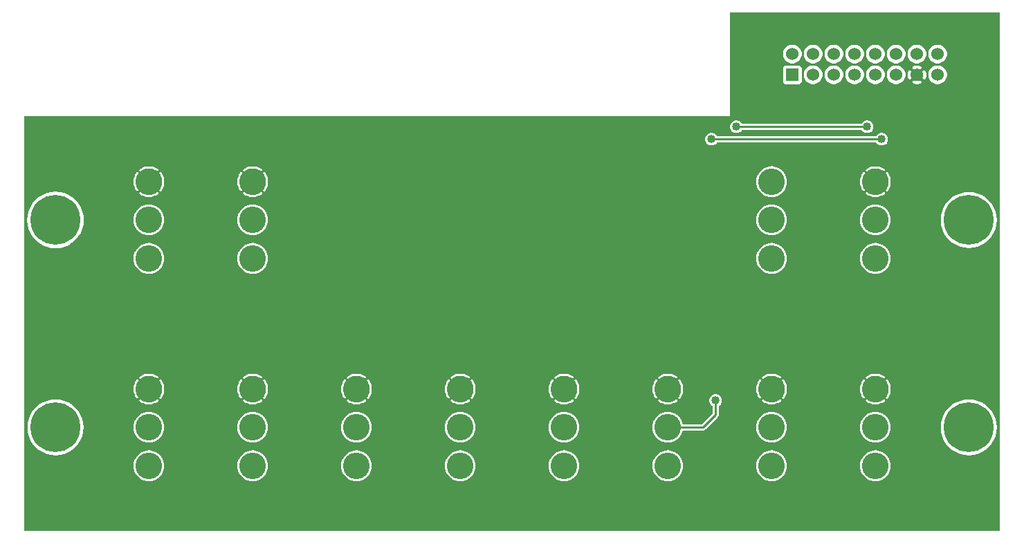
<source format=gbr>
G04 start of page 3 for group 1 idx 3 *
G04 Title: (unknown), bottom *
G04 Creator: pcb 20140316 *
G04 CreationDate: Tue 18 Oct 2016 08:42:36 AM GMT UTC *
G04 For: atommann *
G04 Format: Gerber/RS-274X *
G04 PCB-Dimensions (mil): 8000.00 8000.00 *
G04 PCB-Coordinate-Origin: lower left *
%MOIN*%
%FSLAX25Y25*%
%LNBOTTOM*%
%ADD30C,0.0380*%
%ADD29C,0.0870*%
%ADD28C,0.1200*%
%ADD27C,0.0200*%
%ADD26C,0.0400*%
%ADD25C,0.0600*%
%ADD24C,0.1280*%
%ADD23C,0.2400*%
%ADD22C,0.0100*%
%ADD21C,0.0001*%
G54D21*G36*
X644979Y300000D02*X660000D01*
Y100000D01*
X644979D01*
Y136460D01*
X645000Y136458D01*
X647118Y136625D01*
X649185Y137121D01*
X651148Y137934D01*
X652960Y139045D01*
X654575Y140425D01*
X655955Y142040D01*
X657066Y143852D01*
X657879Y145815D01*
X658375Y147882D01*
X658500Y150000D01*
X658375Y152118D01*
X657879Y154185D01*
X657066Y156148D01*
X655955Y157960D01*
X654575Y159575D01*
X652960Y160955D01*
X651148Y162066D01*
X649185Y162879D01*
X647118Y163375D01*
X645000Y163542D01*
X644979Y163540D01*
Y236460D01*
X645000Y236458D01*
X647118Y236625D01*
X649185Y237121D01*
X651148Y237934D01*
X652960Y239045D01*
X654575Y240425D01*
X655955Y242040D01*
X657066Y243852D01*
X657879Y245815D01*
X658375Y247882D01*
X658500Y250000D01*
X658375Y252118D01*
X657879Y254185D01*
X657066Y256148D01*
X655955Y257960D01*
X654575Y259575D01*
X652960Y260955D01*
X651148Y262066D01*
X649185Y262879D01*
X647118Y263375D01*
X645000Y263542D01*
X644979Y263540D01*
Y300000D01*
G37*
G36*
X606216Y269996D02*X606293Y269665D01*
X606373Y269085D01*
X606400Y268500D01*
X606373Y267915D01*
X606293Y267335D01*
X606216Y267004D01*
Y269996D01*
G37*
G36*
Y169996D02*X606293Y169665D01*
X606373Y169085D01*
X606400Y168500D01*
X606373Y167915D01*
X606293Y167335D01*
X606216Y167004D01*
Y169996D01*
G37*
G36*
Y300000D02*X644979D01*
Y263540D01*
X642882Y263375D01*
X640815Y262879D01*
X638852Y262066D01*
X637040Y260955D01*
X635425Y259575D01*
X634045Y257960D01*
X632934Y256148D01*
X632121Y254185D01*
X631625Y252118D01*
X631458Y250000D01*
X631625Y247882D01*
X632121Y245815D01*
X632934Y243852D01*
X634045Y242040D01*
X635425Y240425D01*
X637040Y239045D01*
X638852Y237934D01*
X640815Y237121D01*
X642882Y236625D01*
X644979Y236460D01*
Y163540D01*
X642882Y163375D01*
X640815Y162879D01*
X638852Y162066D01*
X637040Y160955D01*
X635425Y159575D01*
X634045Y157960D01*
X632934Y156148D01*
X632121Y154185D01*
X631625Y152118D01*
X631458Y150000D01*
X631625Y147882D01*
X632121Y145815D01*
X632934Y143852D01*
X634045Y142040D01*
X635425Y140425D01*
X637040Y139045D01*
X638852Y137934D01*
X640815Y137121D01*
X642882Y136625D01*
X644979Y136460D01*
Y100000D01*
X606216D01*
Y127481D01*
X606614Y128130D01*
X607060Y129206D01*
X607331Y130339D01*
X607400Y131500D01*
X607331Y132661D01*
X607060Y133794D01*
X606614Y134870D01*
X606216Y135519D01*
Y145981D01*
X606614Y146630D01*
X607060Y147706D01*
X607331Y148839D01*
X607400Y150000D01*
X607331Y151161D01*
X607060Y152294D01*
X606614Y153370D01*
X606216Y154019D01*
Y164486D01*
X606319Y164635D01*
X606646Y165228D01*
X606917Y165849D01*
X607130Y166492D01*
X607284Y167152D01*
X607377Y167823D01*
X607408Y168500D01*
X607377Y169177D01*
X607284Y169848D01*
X607130Y170508D01*
X606917Y171151D01*
X606646Y171772D01*
X606319Y172365D01*
X606216Y172518D01*
Y227481D01*
X606614Y228130D01*
X607060Y229206D01*
X607331Y230339D01*
X607400Y231500D01*
X607331Y232661D01*
X607060Y233794D01*
X606614Y234870D01*
X606216Y235519D01*
Y245981D01*
X606614Y246630D01*
X607060Y247706D01*
X607331Y248839D01*
X607400Y250000D01*
X607331Y251161D01*
X607060Y252294D01*
X606614Y253370D01*
X606216Y254019D01*
Y264486D01*
X606319Y264635D01*
X606646Y265228D01*
X606917Y265849D01*
X607130Y266492D01*
X607284Y267152D01*
X607377Y267823D01*
X607408Y268500D01*
X607377Y269177D01*
X607284Y269848D01*
X607130Y270508D01*
X606917Y271151D01*
X606646Y271772D01*
X606319Y272365D01*
X606216Y272518D01*
Y300000D01*
G37*
G36*
Y235519D02*X606005Y235863D01*
X605249Y236749D01*
X604363Y237505D01*
X603370Y238114D01*
X602294Y238560D01*
X601161Y238831D01*
X600000Y238923D01*
X599989Y238922D01*
Y242578D01*
X600000Y242577D01*
X601161Y242669D01*
X602294Y242940D01*
X603370Y243386D01*
X604363Y243995D01*
X605249Y244751D01*
X606005Y245637D01*
X606216Y245981D01*
Y235519D01*
G37*
G36*
Y154019D02*X606005Y154363D01*
X605249Y155249D01*
X604363Y156005D01*
X603370Y156614D01*
X602294Y157060D01*
X601161Y157331D01*
X600000Y157423D01*
X599989Y157422D01*
Y161093D01*
X600000Y161092D01*
X600677Y161123D01*
X601348Y161216D01*
X602008Y161370D01*
X602651Y161583D01*
X603272Y161854D01*
X603865Y162181D01*
X604427Y162560D01*
X604487Y162612D01*
X604538Y162674D01*
X604579Y162742D01*
X604609Y162816D01*
X604626Y162894D01*
X604631Y162974D01*
X604624Y163053D01*
X604605Y163130D01*
X604573Y163204D01*
X604531Y163271D01*
X604478Y163331D01*
X604417Y163382D01*
X604348Y163423D01*
X604274Y163453D01*
X604197Y163470D01*
X604117Y163476D01*
X604038Y163468D01*
X603960Y163449D01*
X603887Y163418D01*
X603820Y163374D01*
X603340Y163040D01*
X602827Y162758D01*
X602290Y162524D01*
X601735Y162340D01*
X601165Y162207D01*
X600585Y162127D01*
X600000Y162100D01*
X599989Y162101D01*
Y174899D01*
X600000Y174900D01*
X600585Y174873D01*
X601165Y174793D01*
X601735Y174660D01*
X602290Y174476D01*
X602827Y174242D01*
X603340Y173960D01*
X603824Y173632D01*
X603890Y173588D01*
X603962Y173557D01*
X604039Y173538D01*
X604117Y173531D01*
X604196Y173536D01*
X604272Y173554D01*
X604346Y173583D01*
X604413Y173623D01*
X604474Y173674D01*
X604525Y173733D01*
X604567Y173799D01*
X604598Y173872D01*
X604618Y173948D01*
X604625Y174026D01*
X604620Y174105D01*
X604602Y174182D01*
X604573Y174255D01*
X604533Y174322D01*
X604482Y174383D01*
X604422Y174433D01*
X603865Y174819D01*
X603272Y175146D01*
X602651Y175417D01*
X602008Y175630D01*
X601348Y175784D01*
X600677Y175877D01*
X600000Y175908D01*
X599989Y175907D01*
Y224078D01*
X600000Y224077D01*
X601161Y224169D01*
X602294Y224440D01*
X603370Y224886D01*
X604363Y225495D01*
X605249Y226251D01*
X606005Y227137D01*
X606216Y227481D01*
Y172518D01*
X605940Y172927D01*
X605888Y172987D01*
X605826Y173038D01*
X605758Y173079D01*
X605684Y173109D01*
X605606Y173126D01*
X605526Y173131D01*
X605447Y173124D01*
X605370Y173105D01*
X605296Y173073D01*
X605229Y173031D01*
X605169Y172978D01*
X605118Y172917D01*
X605077Y172848D01*
X605047Y172774D01*
X605030Y172697D01*
X605024Y172617D01*
X605032Y172538D01*
X605051Y172460D01*
X605082Y172387D01*
X605126Y172320D01*
X605460Y171840D01*
X605742Y171327D01*
X605976Y170790D01*
X606160Y170235D01*
X606216Y169996D01*
Y167004D01*
X606160Y166765D01*
X605976Y166210D01*
X605742Y165673D01*
X605460Y165160D01*
X605132Y164676D01*
X605088Y164610D01*
X605057Y164538D01*
X605038Y164461D01*
X605031Y164383D01*
X605036Y164304D01*
X605054Y164228D01*
X605083Y164154D01*
X605123Y164087D01*
X605174Y164026D01*
X605233Y163975D01*
X605299Y163933D01*
X605372Y163902D01*
X605448Y163882D01*
X605526Y163875D01*
X605605Y163880D01*
X605682Y163898D01*
X605755Y163927D01*
X605822Y163967D01*
X605883Y164018D01*
X605933Y164078D01*
X606216Y164486D01*
Y154019D01*
G37*
G36*
Y135519D02*X606005Y135863D01*
X605249Y136749D01*
X604363Y137505D01*
X603370Y138114D01*
X602294Y138560D01*
X601161Y138831D01*
X600000Y138923D01*
X599989Y138922D01*
Y142578D01*
X600000Y142577D01*
X601161Y142669D01*
X602294Y142940D01*
X603370Y143386D01*
X604363Y143995D01*
X605249Y144751D01*
X606005Y145637D01*
X606216Y145981D01*
Y135519D01*
G37*
G36*
Y100000D02*X599989D01*
Y124078D01*
X600000Y124077D01*
X601161Y124169D01*
X602294Y124440D01*
X603370Y124886D01*
X604363Y125495D01*
X605249Y126251D01*
X606005Y127137D01*
X606216Y127481D01*
Y100000D01*
G37*
G36*
X599989Y300000D02*X606216D01*
Y272518D01*
X605940Y272927D01*
X605888Y272987D01*
X605826Y273038D01*
X605758Y273079D01*
X605684Y273109D01*
X605606Y273126D01*
X605526Y273131D01*
X605447Y273124D01*
X605370Y273105D01*
X605296Y273073D01*
X605229Y273031D01*
X605169Y272978D01*
X605118Y272917D01*
X605077Y272848D01*
X605047Y272774D01*
X605030Y272697D01*
X605024Y272617D01*
X605032Y272538D01*
X605051Y272460D01*
X605082Y272387D01*
X605126Y272320D01*
X605460Y271840D01*
X605742Y271327D01*
X605976Y270790D01*
X606160Y270235D01*
X606216Y269996D01*
Y267004D01*
X606160Y266765D01*
X605976Y266210D01*
X605742Y265673D01*
X605460Y265160D01*
X605132Y264676D01*
X605088Y264610D01*
X605057Y264538D01*
X605038Y264461D01*
X605031Y264383D01*
X605036Y264304D01*
X605054Y264228D01*
X605083Y264154D01*
X605123Y264087D01*
X605174Y264026D01*
X605233Y263975D01*
X605299Y263933D01*
X605372Y263902D01*
X605448Y263882D01*
X605526Y263875D01*
X605605Y263880D01*
X605682Y263898D01*
X605755Y263927D01*
X605822Y263967D01*
X605883Y264018D01*
X605933Y264078D01*
X606216Y264486D01*
Y254019D01*
X606005Y254363D01*
X605249Y255249D01*
X604363Y256005D01*
X603370Y256614D01*
X602294Y257060D01*
X601161Y257331D01*
X600000Y257423D01*
X599989Y257422D01*
Y261093D01*
X600000Y261092D01*
X600677Y261123D01*
X601348Y261216D01*
X602008Y261370D01*
X602651Y261583D01*
X603272Y261854D01*
X603865Y262181D01*
X604427Y262560D01*
X604487Y262612D01*
X604538Y262674D01*
X604579Y262742D01*
X604609Y262816D01*
X604626Y262894D01*
X604631Y262974D01*
X604624Y263053D01*
X604605Y263130D01*
X604573Y263204D01*
X604531Y263271D01*
X604478Y263331D01*
X604417Y263382D01*
X604348Y263423D01*
X604274Y263453D01*
X604197Y263470D01*
X604117Y263476D01*
X604038Y263468D01*
X603960Y263449D01*
X603887Y263418D01*
X603820Y263374D01*
X603340Y263040D01*
X602827Y262758D01*
X602290Y262524D01*
X601735Y262340D01*
X601165Y262207D01*
X600585Y262127D01*
X600000Y262100D01*
X599989Y262101D01*
Y274899D01*
X600000Y274900D01*
X600585Y274873D01*
X601165Y274793D01*
X601735Y274660D01*
X602290Y274476D01*
X602827Y274242D01*
X603340Y273960D01*
X603824Y273632D01*
X603890Y273588D01*
X603962Y273557D01*
X604039Y273538D01*
X604117Y273531D01*
X604196Y273536D01*
X604272Y273554D01*
X604346Y273583D01*
X604413Y273623D01*
X604474Y273674D01*
X604525Y273733D01*
X604567Y273799D01*
X604598Y273872D01*
X604618Y273948D01*
X604625Y274026D01*
X604620Y274105D01*
X604602Y274182D01*
X604573Y274255D01*
X604533Y274322D01*
X604482Y274383D01*
X604422Y274433D01*
X603865Y274819D01*
X603272Y275146D01*
X602651Y275417D01*
X602008Y275630D01*
X601348Y275784D01*
X600677Y275877D01*
X600000Y275908D01*
X599989Y275907D01*
Y287500D01*
X600401D01*
X600565Y287231D01*
X600872Y286872D01*
X601231Y286565D01*
X601634Y286319D01*
X602070Y286138D01*
X602529Y286028D01*
X603000Y285991D01*
X603471Y286028D01*
X603930Y286138D01*
X604366Y286319D01*
X604769Y286565D01*
X605128Y286872D01*
X605435Y287231D01*
X605681Y287634D01*
X605862Y288070D01*
X605972Y288529D01*
X606000Y289000D01*
X605972Y289471D01*
X605862Y289930D01*
X605681Y290366D01*
X605435Y290769D01*
X605128Y291128D01*
X604769Y291435D01*
X604366Y291681D01*
X603930Y291862D01*
X603471Y291972D01*
X603000Y292009D01*
X602529Y291972D01*
X602070Y291862D01*
X601634Y291681D01*
X601231Y291435D01*
X600872Y291128D01*
X600565Y290769D01*
X600401Y290500D01*
X599989D01*
Y300000D01*
G37*
G36*
X593784Y145981D02*X593995Y145637D01*
X594751Y144751D01*
X595637Y143995D01*
X596630Y143386D01*
X597706Y142940D01*
X598839Y142669D01*
X599989Y142578D01*
Y138922D01*
X598839Y138831D01*
X597706Y138560D01*
X596630Y138114D01*
X595637Y137505D01*
X594751Y136749D01*
X593995Y135863D01*
X593784Y135519D01*
Y145981D01*
G37*
G36*
Y227481D02*X593995Y227137D01*
X594751Y226251D01*
X595637Y225495D01*
X596630Y224886D01*
X597706Y224440D01*
X598839Y224169D01*
X599989Y224078D01*
Y175907D01*
X599323Y175877D01*
X598652Y175784D01*
X597992Y175630D01*
X597349Y175417D01*
X596728Y175146D01*
X596135Y174819D01*
X595573Y174440D01*
X595513Y174388D01*
X595462Y174326D01*
X595421Y174258D01*
X595391Y174184D01*
X595374Y174106D01*
X595369Y174026D01*
X595376Y173947D01*
X595395Y173870D01*
X595427Y173796D01*
X595469Y173729D01*
X595522Y173669D01*
X595583Y173618D01*
X595652Y173577D01*
X595726Y173547D01*
X595803Y173530D01*
X595883Y173524D01*
X595962Y173532D01*
X596040Y173551D01*
X596113Y173582D01*
X596180Y173626D01*
X596660Y173960D01*
X597173Y174242D01*
X597710Y174476D01*
X598265Y174660D01*
X598835Y174793D01*
X599415Y174873D01*
X599989Y174899D01*
Y162101D01*
X599415Y162127D01*
X598835Y162207D01*
X598265Y162340D01*
X597710Y162524D01*
X597173Y162758D01*
X596660Y163040D01*
X596176Y163368D01*
X596110Y163412D01*
X596038Y163443D01*
X595961Y163462D01*
X595883Y163469D01*
X595804Y163464D01*
X595728Y163446D01*
X595654Y163417D01*
X595587Y163377D01*
X595526Y163326D01*
X595475Y163267D01*
X595433Y163201D01*
X595402Y163128D01*
X595382Y163052D01*
X595375Y162974D01*
X595380Y162895D01*
X595398Y162818D01*
X595427Y162745D01*
X595467Y162678D01*
X595518Y162617D01*
X595578Y162567D01*
X596135Y162181D01*
X596728Y161854D01*
X597349Y161583D01*
X597992Y161370D01*
X598652Y161216D01*
X599323Y161123D01*
X599989Y161093D01*
Y157422D01*
X598839Y157331D01*
X597706Y157060D01*
X596630Y156614D01*
X595637Y156005D01*
X594751Y155249D01*
X593995Y154363D01*
X593784Y154019D01*
Y164482D01*
X594060Y164073D01*
X594112Y164013D01*
X594174Y163962D01*
X594242Y163921D01*
X594316Y163891D01*
X594394Y163874D01*
X594474Y163869D01*
X594553Y163876D01*
X594630Y163895D01*
X594704Y163927D01*
X594771Y163969D01*
X594831Y164022D01*
X594882Y164083D01*
X594923Y164152D01*
X594953Y164226D01*
X594970Y164303D01*
X594976Y164383D01*
X594968Y164462D01*
X594949Y164540D01*
X594918Y164613D01*
X594874Y164680D01*
X594540Y165160D01*
X594258Y165673D01*
X594024Y166210D01*
X593840Y166765D01*
X593784Y167004D01*
Y169996D01*
X593840Y170235D01*
X594024Y170790D01*
X594258Y171327D01*
X594540Y171840D01*
X594868Y172324D01*
X594912Y172390D01*
X594943Y172462D01*
X594962Y172539D01*
X594969Y172617D01*
X594964Y172696D01*
X594946Y172772D01*
X594917Y172846D01*
X594877Y172913D01*
X594826Y172974D01*
X594767Y173025D01*
X594701Y173067D01*
X594628Y173098D01*
X594552Y173118D01*
X594474Y173125D01*
X594395Y173120D01*
X594318Y173102D01*
X594245Y173073D01*
X594178Y173033D01*
X594117Y172982D01*
X594067Y172922D01*
X593784Y172514D01*
Y227481D01*
G37*
G36*
Y245981D02*X593995Y245637D01*
X594751Y244751D01*
X595637Y243995D01*
X596630Y243386D01*
X597706Y242940D01*
X598839Y242669D01*
X599989Y242578D01*
Y238922D01*
X598839Y238831D01*
X597706Y238560D01*
X596630Y238114D01*
X595637Y237505D01*
X594751Y236749D01*
X593995Y235863D01*
X593784Y235519D01*
Y245981D01*
G37*
G36*
Y287500D02*X599989D01*
Y275907D01*
X599323Y275877D01*
X598652Y275784D01*
X597992Y275630D01*
X597349Y275417D01*
X596728Y275146D01*
X596135Y274819D01*
X595573Y274440D01*
X595513Y274388D01*
X595462Y274326D01*
X595421Y274258D01*
X595391Y274184D01*
X595374Y274106D01*
X595369Y274026D01*
X595376Y273947D01*
X595395Y273870D01*
X595427Y273796D01*
X595469Y273729D01*
X595522Y273669D01*
X595583Y273618D01*
X595652Y273577D01*
X595726Y273547D01*
X595803Y273530D01*
X595883Y273524D01*
X595962Y273532D01*
X596040Y273551D01*
X596113Y273582D01*
X596180Y273626D01*
X596660Y273960D01*
X597173Y274242D01*
X597710Y274476D01*
X598265Y274660D01*
X598835Y274793D01*
X599415Y274873D01*
X599989Y274899D01*
Y262101D01*
X599415Y262127D01*
X598835Y262207D01*
X598265Y262340D01*
X597710Y262524D01*
X597173Y262758D01*
X596660Y263040D01*
X596176Y263368D01*
X596110Y263412D01*
X596038Y263443D01*
X595961Y263462D01*
X595883Y263469D01*
X595804Y263464D01*
X595728Y263446D01*
X595654Y263417D01*
X595587Y263377D01*
X595526Y263326D01*
X595475Y263267D01*
X595433Y263201D01*
X595402Y263128D01*
X595382Y263052D01*
X595375Y262974D01*
X595380Y262895D01*
X595398Y262818D01*
X595427Y262745D01*
X595467Y262678D01*
X595518Y262617D01*
X595578Y262567D01*
X596135Y262181D01*
X596728Y261854D01*
X597349Y261583D01*
X597992Y261370D01*
X598652Y261216D01*
X599323Y261123D01*
X599989Y261093D01*
Y257422D01*
X598839Y257331D01*
X597706Y257060D01*
X596630Y256614D01*
X595637Y256005D01*
X594751Y255249D01*
X593995Y254363D01*
X593784Y254019D01*
Y264482D01*
X594060Y264073D01*
X594112Y264013D01*
X594174Y263962D01*
X594242Y263921D01*
X594316Y263891D01*
X594394Y263874D01*
X594474Y263869D01*
X594553Y263876D01*
X594630Y263895D01*
X594704Y263927D01*
X594771Y263969D01*
X594831Y264022D01*
X594882Y264083D01*
X594923Y264152D01*
X594953Y264226D01*
X594970Y264303D01*
X594976Y264383D01*
X594968Y264462D01*
X594949Y264540D01*
X594918Y264613D01*
X594874Y264680D01*
X594540Y265160D01*
X594258Y265673D01*
X594024Y266210D01*
X593840Y266765D01*
X593784Y267004D01*
Y269996D01*
X593840Y270235D01*
X594024Y270790D01*
X594258Y271327D01*
X594540Y271840D01*
X594868Y272324D01*
X594912Y272390D01*
X594943Y272462D01*
X594962Y272539D01*
X594969Y272617D01*
X594964Y272696D01*
X594946Y272772D01*
X594917Y272846D01*
X594877Y272913D01*
X594826Y272974D01*
X594767Y273025D01*
X594701Y273067D01*
X594628Y273098D01*
X594552Y273118D01*
X594474Y273125D01*
X594395Y273120D01*
X594318Y273102D01*
X594245Y273073D01*
X594178Y273033D01*
X594117Y272982D01*
X594067Y272922D01*
X593784Y272514D01*
Y287500D01*
G37*
G36*
X599989Y100000D02*X593784D01*
Y127481D01*
X593995Y127137D01*
X594751Y126251D01*
X595637Y125495D01*
X596630Y124886D01*
X597706Y124440D01*
X598839Y124169D01*
X599989Y124078D01*
Y100000D01*
G37*
G36*
X593784Y267004D02*X593707Y267335D01*
X593627Y267915D01*
X593600Y268500D01*
X593627Y269085D01*
X593707Y269665D01*
X593784Y269996D01*
Y267004D01*
G37*
G36*
Y167004D02*X593707Y167335D01*
X593627Y167915D01*
X593600Y168500D01*
X593627Y169085D01*
X593707Y169665D01*
X593784Y169996D01*
Y167004D01*
G37*
G36*
Y100000D02*X561995D01*
Y287500D01*
X593784D01*
Y272514D01*
X593681Y272365D01*
X593354Y271772D01*
X593083Y271151D01*
X592870Y270508D01*
X592716Y269848D01*
X592623Y269177D01*
X592592Y268500D01*
X592623Y267823D01*
X592716Y267152D01*
X592870Y266492D01*
X593083Y265849D01*
X593354Y265228D01*
X593681Y264635D01*
X593784Y264482D01*
Y254019D01*
X593386Y253370D01*
X592940Y252294D01*
X592669Y251161D01*
X592577Y250000D01*
X592669Y248839D01*
X592940Y247706D01*
X593386Y246630D01*
X593784Y245981D01*
Y235519D01*
X593386Y234870D01*
X592940Y233794D01*
X592669Y232661D01*
X592577Y231500D01*
X592669Y230339D01*
X592940Y229206D01*
X593386Y228130D01*
X593784Y227481D01*
Y172514D01*
X593681Y172365D01*
X593354Y171772D01*
X593083Y171151D01*
X592870Y170508D01*
X592716Y169848D01*
X592623Y169177D01*
X592592Y168500D01*
X592623Y167823D01*
X592716Y167152D01*
X592870Y166492D01*
X593083Y165849D01*
X593354Y165228D01*
X593681Y164635D01*
X593784Y164482D01*
Y154019D01*
X593386Y153370D01*
X592940Y152294D01*
X592669Y151161D01*
X592577Y150000D01*
X592669Y148839D01*
X592940Y147706D01*
X593386Y146630D01*
X593784Y145981D01*
Y135519D01*
X593386Y134870D01*
X592940Y133794D01*
X592669Y132661D01*
X592577Y131500D01*
X592669Y130339D01*
X592940Y129206D01*
X593386Y128130D01*
X593784Y127481D01*
Y100000D01*
G37*
G36*
X561995Y300000D02*X599989D01*
Y290500D01*
X561995D01*
Y293500D01*
X593401D01*
X593565Y293231D01*
X593872Y292872D01*
X594231Y292565D01*
X594634Y292319D01*
X595070Y292138D01*
X595529Y292028D01*
X596000Y291991D01*
X596471Y292028D01*
X596930Y292138D01*
X597366Y292319D01*
X597769Y292565D01*
X598128Y292872D01*
X598435Y293231D01*
X598681Y293634D01*
X598862Y294070D01*
X598972Y294529D01*
X599000Y295000D01*
X598972Y295471D01*
X598862Y295930D01*
X598681Y296366D01*
X598435Y296769D01*
X598128Y297128D01*
X597769Y297435D01*
X597366Y297681D01*
X596930Y297862D01*
X596471Y297972D01*
X596000Y298009D01*
X595529Y297972D01*
X595070Y297862D01*
X594634Y297681D01*
X594231Y297435D01*
X593872Y297128D01*
X593565Y296769D01*
X593401Y296500D01*
X561995D01*
Y300000D01*
G37*
G36*
X556216Y169996D02*X556293Y169665D01*
X556373Y169085D01*
X556400Y168500D01*
X556373Y167915D01*
X556293Y167335D01*
X556216Y167004D01*
Y169996D01*
G37*
G36*
Y287500D02*X561995D01*
Y100000D01*
X556216D01*
Y127481D01*
X556614Y128130D01*
X557060Y129206D01*
X557331Y130339D01*
X557400Y131500D01*
X557331Y132661D01*
X557060Y133794D01*
X556614Y134870D01*
X556216Y135519D01*
Y145981D01*
X556614Y146630D01*
X557060Y147706D01*
X557331Y148839D01*
X557400Y150000D01*
X557331Y151161D01*
X557060Y152294D01*
X556614Y153370D01*
X556216Y154019D01*
Y164486D01*
X556319Y164635D01*
X556646Y165228D01*
X556917Y165849D01*
X557130Y166492D01*
X557284Y167152D01*
X557377Y167823D01*
X557408Y168500D01*
X557377Y169177D01*
X557284Y169848D01*
X557130Y170508D01*
X556917Y171151D01*
X556646Y171772D01*
X556319Y172365D01*
X556216Y172518D01*
Y227481D01*
X556614Y228130D01*
X557060Y229206D01*
X557331Y230339D01*
X557400Y231500D01*
X557331Y232661D01*
X557060Y233794D01*
X556614Y234870D01*
X556216Y235519D01*
Y245981D01*
X556614Y246630D01*
X557060Y247706D01*
X557331Y248839D01*
X557400Y250000D01*
X557331Y251161D01*
X557060Y252294D01*
X556614Y253370D01*
X556216Y254019D01*
Y264481D01*
X556614Y265130D01*
X557060Y266206D01*
X557331Y267339D01*
X557400Y268500D01*
X557331Y269661D01*
X557060Y270794D01*
X556614Y271870D01*
X556216Y272519D01*
Y287500D01*
G37*
G36*
Y254019D02*X556005Y254363D01*
X555249Y255249D01*
X554363Y256005D01*
X553370Y256614D01*
X552294Y257060D01*
X551161Y257331D01*
X550000Y257423D01*
X549989Y257422D01*
Y261078D01*
X550000Y261077D01*
X551161Y261169D01*
X552294Y261440D01*
X553370Y261886D01*
X554363Y262495D01*
X555249Y263251D01*
X556005Y264137D01*
X556216Y264481D01*
Y254019D01*
G37*
G36*
Y235519D02*X556005Y235863D01*
X555249Y236749D01*
X554363Y237505D01*
X553370Y238114D01*
X552294Y238560D01*
X551161Y238831D01*
X550000Y238923D01*
X549989Y238922D01*
Y242578D01*
X550000Y242577D01*
X551161Y242669D01*
X552294Y242940D01*
X553370Y243386D01*
X554363Y243995D01*
X555249Y244751D01*
X556005Y245637D01*
X556216Y245981D01*
Y235519D01*
G37*
G36*
Y154019D02*X556005Y154363D01*
X555249Y155249D01*
X554363Y156005D01*
X553370Y156614D01*
X552294Y157060D01*
X551161Y157331D01*
X550000Y157423D01*
X549989Y157422D01*
Y161093D01*
X550000Y161092D01*
X550677Y161123D01*
X551348Y161216D01*
X552008Y161370D01*
X552651Y161583D01*
X553272Y161854D01*
X553865Y162181D01*
X554427Y162560D01*
X554487Y162612D01*
X554538Y162674D01*
X554579Y162742D01*
X554609Y162816D01*
X554626Y162894D01*
X554631Y162974D01*
X554624Y163053D01*
X554605Y163130D01*
X554573Y163204D01*
X554531Y163271D01*
X554478Y163331D01*
X554417Y163382D01*
X554348Y163423D01*
X554274Y163453D01*
X554197Y163470D01*
X554117Y163476D01*
X554038Y163468D01*
X553960Y163449D01*
X553887Y163418D01*
X553820Y163374D01*
X553340Y163040D01*
X552827Y162758D01*
X552290Y162524D01*
X551735Y162340D01*
X551165Y162207D01*
X550585Y162127D01*
X550000Y162100D01*
X549989Y162101D01*
Y174899D01*
X550000Y174900D01*
X550585Y174873D01*
X551165Y174793D01*
X551735Y174660D01*
X552290Y174476D01*
X552827Y174242D01*
X553340Y173960D01*
X553824Y173632D01*
X553890Y173588D01*
X553962Y173557D01*
X554039Y173538D01*
X554117Y173531D01*
X554196Y173536D01*
X554272Y173554D01*
X554346Y173583D01*
X554413Y173623D01*
X554474Y173674D01*
X554525Y173733D01*
X554567Y173799D01*
X554598Y173872D01*
X554618Y173948D01*
X554625Y174026D01*
X554620Y174105D01*
X554602Y174182D01*
X554573Y174255D01*
X554533Y174322D01*
X554482Y174383D01*
X554422Y174433D01*
X553865Y174819D01*
X553272Y175146D01*
X552651Y175417D01*
X552008Y175630D01*
X551348Y175784D01*
X550677Y175877D01*
X550000Y175908D01*
X549989Y175907D01*
Y224078D01*
X550000Y224077D01*
X551161Y224169D01*
X552294Y224440D01*
X553370Y224886D01*
X554363Y225495D01*
X555249Y226251D01*
X556005Y227137D01*
X556216Y227481D01*
Y172518D01*
X555940Y172927D01*
X555888Y172987D01*
X555826Y173038D01*
X555758Y173079D01*
X555684Y173109D01*
X555606Y173126D01*
X555526Y173131D01*
X555447Y173124D01*
X555370Y173105D01*
X555296Y173073D01*
X555229Y173031D01*
X555169Y172978D01*
X555118Y172917D01*
X555077Y172848D01*
X555047Y172774D01*
X555030Y172697D01*
X555024Y172617D01*
X555032Y172538D01*
X555051Y172460D01*
X555082Y172387D01*
X555126Y172320D01*
X555460Y171840D01*
X555742Y171327D01*
X555976Y170790D01*
X556160Y170235D01*
X556216Y169996D01*
Y167004D01*
X556160Y166765D01*
X555976Y166210D01*
X555742Y165673D01*
X555460Y165160D01*
X555132Y164676D01*
X555088Y164610D01*
X555057Y164538D01*
X555038Y164461D01*
X555031Y164383D01*
X555036Y164304D01*
X555054Y164228D01*
X555083Y164154D01*
X555123Y164087D01*
X555174Y164026D01*
X555233Y163975D01*
X555299Y163933D01*
X555372Y163902D01*
X555448Y163882D01*
X555526Y163875D01*
X555605Y163880D01*
X555682Y163898D01*
X555755Y163927D01*
X555822Y163967D01*
X555883Y164018D01*
X555933Y164078D01*
X556216Y164486D01*
Y154019D01*
G37*
G36*
Y135519D02*X556005Y135863D01*
X555249Y136749D01*
X554363Y137505D01*
X553370Y138114D01*
X552294Y138560D01*
X551161Y138831D01*
X550000Y138923D01*
X549989Y138922D01*
Y142578D01*
X550000Y142577D01*
X551161Y142669D01*
X552294Y142940D01*
X553370Y143386D01*
X554363Y143995D01*
X555249Y144751D01*
X556005Y145637D01*
X556216Y145981D01*
Y135519D01*
G37*
G36*
Y100000D02*X549989D01*
Y124078D01*
X550000Y124077D01*
X551161Y124169D01*
X552294Y124440D01*
X553370Y124886D01*
X554363Y125495D01*
X555249Y126251D01*
X556005Y127137D01*
X556216Y127481D01*
Y100000D01*
G37*
G36*
X549989Y287500D02*X556216D01*
Y272519D01*
X556005Y272863D01*
X555249Y273749D01*
X554363Y274505D01*
X553370Y275114D01*
X552294Y275560D01*
X551161Y275831D01*
X550000Y275923D01*
X549989Y275922D01*
Y287500D01*
G37*
G36*
Y293500D02*X561995D01*
Y290500D01*
X549989D01*
Y293500D01*
G37*
G36*
Y300000D02*X561995D01*
Y296500D01*
X549989D01*
Y300000D01*
G37*
G36*
X543784Y127481D02*X543995Y127137D01*
X544751Y126251D01*
X545637Y125495D01*
X546630Y124886D01*
X547706Y124440D01*
X548839Y124169D01*
X549989Y124078D01*
Y100000D01*
X543784D01*
Y127481D01*
G37*
G36*
Y145981D02*X543995Y145637D01*
X544751Y144751D01*
X545637Y143995D01*
X546630Y143386D01*
X547706Y142940D01*
X548839Y142669D01*
X549989Y142578D01*
Y138922D01*
X548839Y138831D01*
X547706Y138560D01*
X546630Y138114D01*
X545637Y137505D01*
X544751Y136749D01*
X543995Y135863D01*
X543784Y135519D01*
Y145981D01*
G37*
G36*
Y227481D02*X543995Y227137D01*
X544751Y226251D01*
X545637Y225495D01*
X546630Y224886D01*
X547706Y224440D01*
X548839Y224169D01*
X549989Y224078D01*
Y175907D01*
X549323Y175877D01*
X548652Y175784D01*
X547992Y175630D01*
X547349Y175417D01*
X546728Y175146D01*
X546135Y174819D01*
X545573Y174440D01*
X545513Y174388D01*
X545462Y174326D01*
X545421Y174258D01*
X545391Y174184D01*
X545374Y174106D01*
X545369Y174026D01*
X545376Y173947D01*
X545395Y173870D01*
X545427Y173796D01*
X545469Y173729D01*
X545522Y173669D01*
X545583Y173618D01*
X545652Y173577D01*
X545726Y173547D01*
X545803Y173530D01*
X545883Y173524D01*
X545962Y173532D01*
X546040Y173551D01*
X546113Y173582D01*
X546180Y173626D01*
X546660Y173960D01*
X547173Y174242D01*
X547710Y174476D01*
X548265Y174660D01*
X548835Y174793D01*
X549415Y174873D01*
X549989Y174899D01*
Y162101D01*
X549415Y162127D01*
X548835Y162207D01*
X548265Y162340D01*
X547710Y162524D01*
X547173Y162758D01*
X546660Y163040D01*
X546176Y163368D01*
X546110Y163412D01*
X546038Y163443D01*
X545961Y163462D01*
X545883Y163469D01*
X545804Y163464D01*
X545728Y163446D01*
X545654Y163417D01*
X545587Y163377D01*
X545526Y163326D01*
X545475Y163267D01*
X545433Y163201D01*
X545402Y163128D01*
X545382Y163052D01*
X545375Y162974D01*
X545380Y162895D01*
X545398Y162818D01*
X545427Y162745D01*
X545467Y162678D01*
X545518Y162617D01*
X545578Y162567D01*
X546135Y162181D01*
X546728Y161854D01*
X547349Y161583D01*
X547992Y161370D01*
X548652Y161216D01*
X549323Y161123D01*
X549989Y161093D01*
Y157422D01*
X548839Y157331D01*
X547706Y157060D01*
X546630Y156614D01*
X545637Y156005D01*
X544751Y155249D01*
X543995Y154363D01*
X543784Y154019D01*
Y164482D01*
X544060Y164073D01*
X544112Y164013D01*
X544174Y163962D01*
X544242Y163921D01*
X544316Y163891D01*
X544394Y163874D01*
X544474Y163869D01*
X544553Y163876D01*
X544630Y163895D01*
X544704Y163927D01*
X544771Y163969D01*
X544831Y164022D01*
X544882Y164083D01*
X544923Y164152D01*
X544953Y164226D01*
X544970Y164303D01*
X544976Y164383D01*
X544968Y164462D01*
X544949Y164540D01*
X544918Y164613D01*
X544874Y164680D01*
X544540Y165160D01*
X544258Y165673D01*
X544024Y166210D01*
X543840Y166765D01*
X543784Y167004D01*
Y169996D01*
X543840Y170235D01*
X544024Y170790D01*
X544258Y171327D01*
X544540Y171840D01*
X544868Y172324D01*
X544912Y172390D01*
X544943Y172462D01*
X544962Y172539D01*
X544969Y172617D01*
X544964Y172696D01*
X544946Y172772D01*
X544917Y172846D01*
X544877Y172913D01*
X544826Y172974D01*
X544767Y173025D01*
X544701Y173067D01*
X544628Y173098D01*
X544552Y173118D01*
X544474Y173125D01*
X544395Y173120D01*
X544318Y173102D01*
X544245Y173073D01*
X544178Y173033D01*
X544117Y172982D01*
X544067Y172922D01*
X543784Y172514D01*
Y227481D01*
G37*
G36*
Y245981D02*X543995Y245637D01*
X544751Y244751D01*
X545637Y243995D01*
X546630Y243386D01*
X547706Y242940D01*
X548839Y242669D01*
X549989Y242578D01*
Y238922D01*
X548839Y238831D01*
X547706Y238560D01*
X546630Y238114D01*
X545637Y237505D01*
X544751Y236749D01*
X543995Y235863D01*
X543784Y235519D01*
Y245981D01*
G37*
G36*
Y264481D02*X543995Y264137D01*
X544751Y263251D01*
X545637Y262495D01*
X546630Y261886D01*
X547706Y261440D01*
X548839Y261169D01*
X549989Y261078D01*
Y257422D01*
X548839Y257331D01*
X547706Y257060D01*
X546630Y256614D01*
X545637Y256005D01*
X544751Y255249D01*
X543995Y254363D01*
X543784Y254019D01*
Y264481D01*
G37*
G36*
Y287500D02*X549989D01*
Y275922D01*
X548839Y275831D01*
X547706Y275560D01*
X546630Y275114D01*
X545637Y274505D01*
X544751Y273749D01*
X543995Y272863D01*
X543784Y272519D01*
Y287500D01*
G37*
G36*
Y293500D02*X549989D01*
Y290500D01*
X543784D01*
Y293500D01*
G37*
G36*
Y300000D02*X549989D01*
Y296500D01*
X543784D01*
Y300000D01*
G37*
G36*
Y167004D02*X543707Y167335D01*
X543627Y167915D01*
X543600Y168500D01*
X543627Y169085D01*
X543707Y169665D01*
X543784Y169996D01*
Y167004D01*
G37*
G36*
X509289Y300000D02*X543784D01*
Y296500D01*
X535599D01*
X535435Y296769D01*
X535128Y297128D01*
X534769Y297435D01*
X534366Y297681D01*
X533930Y297862D01*
X533471Y297972D01*
X533000Y298009D01*
X532529Y297972D01*
X532070Y297862D01*
X531634Y297681D01*
X531231Y297435D01*
X530872Y297128D01*
X530565Y296769D01*
X530319Y296366D01*
X530138Y295930D01*
X530028Y295471D01*
X529991Y295000D01*
X530028Y294529D01*
X530138Y294070D01*
X530319Y293634D01*
X530565Y293231D01*
X530872Y292872D01*
X531231Y292565D01*
X531634Y292319D01*
X532070Y292138D01*
X532529Y292028D01*
X533000Y291991D01*
X533471Y292028D01*
X533930Y292138D01*
X534366Y292319D01*
X534769Y292565D01*
X535128Y292872D01*
X535435Y293231D01*
X535599Y293500D01*
X543784D01*
Y290500D01*
X523599D01*
X523435Y290769D01*
X523128Y291128D01*
X522769Y291435D01*
X522366Y291681D01*
X521930Y291862D01*
X521471Y291972D01*
X521000Y292009D01*
X520529Y291972D01*
X520070Y291862D01*
X519634Y291681D01*
X519231Y291435D01*
X518872Y291128D01*
X518565Y290769D01*
X518319Y290366D01*
X518138Y289930D01*
X518028Y289471D01*
X517991Y289000D01*
X518028Y288529D01*
X518138Y288070D01*
X518319Y287634D01*
X518565Y287231D01*
X518872Y286872D01*
X519231Y286565D01*
X519634Y286319D01*
X520070Y286138D01*
X520529Y286028D01*
X521000Y285991D01*
X521471Y286028D01*
X521930Y286138D01*
X522366Y286319D01*
X522769Y286565D01*
X523128Y286872D01*
X523435Y287231D01*
X523599Y287500D01*
X543784D01*
Y272519D01*
X543386Y271870D01*
X542940Y270794D01*
X542669Y269661D01*
X542577Y268500D01*
X542669Y267339D01*
X542940Y266206D01*
X543386Y265130D01*
X543784Y264481D01*
Y254019D01*
X543386Y253370D01*
X542940Y252294D01*
X542669Y251161D01*
X542577Y250000D01*
X542669Y248839D01*
X542940Y247706D01*
X543386Y246630D01*
X543784Y245981D01*
Y235519D01*
X543386Y234870D01*
X542940Y233794D01*
X542669Y232661D01*
X542577Y231500D01*
X542669Y230339D01*
X542940Y229206D01*
X543386Y228130D01*
X543784Y227481D01*
Y172514D01*
X543681Y172365D01*
X543354Y171772D01*
X543083Y171151D01*
X542870Y170508D01*
X542716Y169848D01*
X542623Y169177D01*
X542592Y168500D01*
X542623Y167823D01*
X542716Y167152D01*
X542870Y166492D01*
X543083Y165849D01*
X543354Y165228D01*
X543681Y164635D01*
X543784Y164482D01*
Y154019D01*
X543386Y153370D01*
X542940Y152294D01*
X542669Y151161D01*
X542577Y150000D01*
X542669Y148839D01*
X542940Y147706D01*
X543386Y146630D01*
X543784Y145981D01*
Y135519D01*
X543386Y134870D01*
X542940Y133794D01*
X542669Y132661D01*
X542577Y131500D01*
X542669Y130339D01*
X542940Y129206D01*
X543386Y128130D01*
X543784Y127481D01*
Y100000D01*
X509289D01*
Y148500D01*
X516941D01*
X517000Y148495D01*
X517235Y148514D01*
X517235Y148514D01*
X517465Y148569D01*
X517683Y148659D01*
X517884Y148783D01*
X518064Y148936D01*
X518102Y148981D01*
X524019Y154898D01*
X524064Y154936D01*
X524217Y155115D01*
X524217Y155116D01*
X524341Y155317D01*
X524431Y155535D01*
X524486Y155765D01*
X524505Y156000D01*
X524500Y156059D01*
Y160401D01*
X524769Y160565D01*
X525128Y160872D01*
X525435Y161231D01*
X525681Y161634D01*
X525862Y162070D01*
X525972Y162529D01*
X526000Y163000D01*
X525972Y163471D01*
X525862Y163930D01*
X525681Y164366D01*
X525435Y164769D01*
X525128Y165128D01*
X524769Y165435D01*
X524366Y165681D01*
X523930Y165862D01*
X523471Y165972D01*
X523000Y166009D01*
X522529Y165972D01*
X522070Y165862D01*
X521634Y165681D01*
X521231Y165435D01*
X520872Y165128D01*
X520565Y164769D01*
X520319Y164366D01*
X520138Y163930D01*
X520028Y163471D01*
X519991Y163000D01*
X520028Y162529D01*
X520138Y162070D01*
X520319Y161634D01*
X520565Y161231D01*
X520872Y160872D01*
X521231Y160565D01*
X521500Y160401D01*
Y156621D01*
X516379Y151500D01*
X509289D01*
Y300000D01*
G37*
G36*
X306216Y169996D02*X306293Y169665D01*
X306373Y169085D01*
X306400Y168500D01*
X306373Y167915D01*
X306293Y167335D01*
X306216Y167004D01*
Y169996D01*
G37*
G36*
Y269996D02*X306293Y269665D01*
X306373Y269085D01*
X306400Y268500D01*
X306373Y267915D01*
X306293Y267335D01*
X306216Y267004D01*
Y269996D01*
G37*
G36*
X499989Y142578D02*X500000Y142577D01*
X501161Y142669D01*
X502294Y142940D01*
X503370Y143386D01*
X504363Y143995D01*
X505249Y144751D01*
X506005Y145637D01*
X506614Y146630D01*
X507060Y147706D01*
X507250Y148500D01*
X509289D01*
Y100000D01*
X499989D01*
Y124078D01*
X500000Y124077D01*
X501161Y124169D01*
X502294Y124440D01*
X503370Y124886D01*
X504363Y125495D01*
X505249Y126251D01*
X506005Y127137D01*
X506614Y128130D01*
X507060Y129206D01*
X507331Y130339D01*
X507400Y131500D01*
X507331Y132661D01*
X507060Y133794D01*
X506614Y134870D01*
X506005Y135863D01*
X505249Y136749D01*
X504363Y137505D01*
X503370Y138114D01*
X502294Y138560D01*
X501161Y138831D01*
X500000Y138923D01*
X499989Y138922D01*
Y142578D01*
G37*
G36*
X506216Y169996D02*X506293Y169665D01*
X506373Y169085D01*
X506400Y168500D01*
X506373Y167915D01*
X506293Y167335D01*
X506216Y167004D01*
Y169996D01*
G37*
G36*
Y300000D02*X509289D01*
Y151500D01*
X507250D01*
X507060Y152294D01*
X506614Y153370D01*
X506216Y154019D01*
Y164486D01*
X506319Y164635D01*
X506646Y165228D01*
X506917Y165849D01*
X507130Y166492D01*
X507284Y167152D01*
X507377Y167823D01*
X507408Y168500D01*
X507377Y169177D01*
X507284Y169848D01*
X507130Y170508D01*
X506917Y171151D01*
X506646Y171772D01*
X506319Y172365D01*
X506216Y172518D01*
Y300000D01*
G37*
G36*
X499989D02*X506216D01*
Y172518D01*
X505940Y172927D01*
X505888Y172987D01*
X505826Y173038D01*
X505758Y173079D01*
X505684Y173109D01*
X505606Y173126D01*
X505526Y173131D01*
X505447Y173124D01*
X505370Y173105D01*
X505296Y173073D01*
X505229Y173031D01*
X505169Y172978D01*
X505118Y172917D01*
X505077Y172848D01*
X505047Y172774D01*
X505030Y172697D01*
X505024Y172617D01*
X505032Y172538D01*
X505051Y172460D01*
X505082Y172387D01*
X505126Y172320D01*
X505460Y171840D01*
X505742Y171327D01*
X505976Y170790D01*
X506160Y170235D01*
X506216Y169996D01*
Y167004D01*
X506160Y166765D01*
X505976Y166210D01*
X505742Y165673D01*
X505460Y165160D01*
X505132Y164676D01*
X505088Y164610D01*
X505057Y164538D01*
X505038Y164461D01*
X505031Y164383D01*
X505036Y164304D01*
X505054Y164228D01*
X505083Y164154D01*
X505123Y164087D01*
X505174Y164026D01*
X505233Y163975D01*
X505299Y163933D01*
X505372Y163902D01*
X505448Y163882D01*
X505526Y163875D01*
X505605Y163880D01*
X505682Y163898D01*
X505755Y163927D01*
X505822Y163967D01*
X505883Y164018D01*
X505933Y164078D01*
X506216Y164486D01*
Y154019D01*
X506005Y154363D01*
X505249Y155249D01*
X504363Y156005D01*
X503370Y156614D01*
X502294Y157060D01*
X501161Y157331D01*
X500000Y157423D01*
X499989Y157422D01*
Y161093D01*
X500000Y161092D01*
X500677Y161123D01*
X501348Y161216D01*
X502008Y161370D01*
X502651Y161583D01*
X503272Y161854D01*
X503865Y162181D01*
X504427Y162560D01*
X504487Y162612D01*
X504538Y162674D01*
X504579Y162742D01*
X504609Y162816D01*
X504626Y162894D01*
X504631Y162974D01*
X504624Y163053D01*
X504605Y163130D01*
X504573Y163204D01*
X504531Y163271D01*
X504478Y163331D01*
X504417Y163382D01*
X504348Y163423D01*
X504274Y163453D01*
X504197Y163470D01*
X504117Y163476D01*
X504038Y163468D01*
X503960Y163449D01*
X503887Y163418D01*
X503820Y163374D01*
X503340Y163040D01*
X502827Y162758D01*
X502290Y162524D01*
X501735Y162340D01*
X501165Y162207D01*
X500585Y162127D01*
X500000Y162100D01*
X499989Y162101D01*
Y174899D01*
X500000Y174900D01*
X500585Y174873D01*
X501165Y174793D01*
X501735Y174660D01*
X502290Y174476D01*
X502827Y174242D01*
X503340Y173960D01*
X503824Y173632D01*
X503890Y173588D01*
X503962Y173557D01*
X504039Y173538D01*
X504117Y173531D01*
X504196Y173536D01*
X504272Y173554D01*
X504346Y173583D01*
X504413Y173623D01*
X504474Y173674D01*
X504525Y173733D01*
X504567Y173799D01*
X504598Y173872D01*
X504618Y173948D01*
X504625Y174026D01*
X504620Y174105D01*
X504602Y174182D01*
X504573Y174255D01*
X504533Y174322D01*
X504482Y174383D01*
X504422Y174433D01*
X503865Y174819D01*
X503272Y175146D01*
X502651Y175417D01*
X502008Y175630D01*
X501348Y175784D01*
X500677Y175877D01*
X500000Y175908D01*
X499989Y175907D01*
Y300000D01*
G37*
G36*
X493784Y127481D02*X493995Y127137D01*
X494751Y126251D01*
X495637Y125495D01*
X496630Y124886D01*
X497706Y124440D01*
X498839Y124169D01*
X499989Y124078D01*
Y100000D01*
X493784D01*
Y127481D01*
G37*
G36*
Y145981D02*X493995Y145637D01*
X494751Y144751D01*
X495637Y143995D01*
X496630Y143386D01*
X497706Y142940D01*
X498839Y142669D01*
X499989Y142578D01*
Y138922D01*
X498839Y138831D01*
X497706Y138560D01*
X496630Y138114D01*
X495637Y137505D01*
X494751Y136749D01*
X493995Y135863D01*
X493784Y135519D01*
Y145981D01*
G37*
G36*
Y300000D02*X499989D01*
Y175907D01*
X499323Y175877D01*
X498652Y175784D01*
X497992Y175630D01*
X497349Y175417D01*
X496728Y175146D01*
X496135Y174819D01*
X495573Y174440D01*
X495513Y174388D01*
X495462Y174326D01*
X495421Y174258D01*
X495391Y174184D01*
X495374Y174106D01*
X495369Y174026D01*
X495376Y173947D01*
X495395Y173870D01*
X495427Y173796D01*
X495469Y173729D01*
X495522Y173669D01*
X495583Y173618D01*
X495652Y173577D01*
X495726Y173547D01*
X495803Y173530D01*
X495883Y173524D01*
X495962Y173532D01*
X496040Y173551D01*
X496113Y173582D01*
X496180Y173626D01*
X496660Y173960D01*
X497173Y174242D01*
X497710Y174476D01*
X498265Y174660D01*
X498835Y174793D01*
X499415Y174873D01*
X499989Y174899D01*
Y162101D01*
X499415Y162127D01*
X498835Y162207D01*
X498265Y162340D01*
X497710Y162524D01*
X497173Y162758D01*
X496660Y163040D01*
X496176Y163368D01*
X496110Y163412D01*
X496038Y163443D01*
X495961Y163462D01*
X495883Y163469D01*
X495804Y163464D01*
X495728Y163446D01*
X495654Y163417D01*
X495587Y163377D01*
X495526Y163326D01*
X495475Y163267D01*
X495433Y163201D01*
X495402Y163128D01*
X495382Y163052D01*
X495375Y162974D01*
X495380Y162895D01*
X495398Y162818D01*
X495427Y162745D01*
X495467Y162678D01*
X495518Y162617D01*
X495578Y162567D01*
X496135Y162181D01*
X496728Y161854D01*
X497349Y161583D01*
X497992Y161370D01*
X498652Y161216D01*
X499323Y161123D01*
X499989Y161093D01*
Y157422D01*
X498839Y157331D01*
X497706Y157060D01*
X496630Y156614D01*
X495637Y156005D01*
X494751Y155249D01*
X493995Y154363D01*
X493784Y154019D01*
Y164482D01*
X494060Y164073D01*
X494112Y164013D01*
X494174Y163962D01*
X494242Y163921D01*
X494316Y163891D01*
X494394Y163874D01*
X494474Y163869D01*
X494553Y163876D01*
X494630Y163895D01*
X494704Y163927D01*
X494771Y163969D01*
X494831Y164022D01*
X494882Y164083D01*
X494923Y164152D01*
X494953Y164226D01*
X494970Y164303D01*
X494976Y164383D01*
X494968Y164462D01*
X494949Y164540D01*
X494918Y164613D01*
X494874Y164680D01*
X494540Y165160D01*
X494258Y165673D01*
X494024Y166210D01*
X493840Y166765D01*
X493784Y167004D01*
Y169996D01*
X493840Y170235D01*
X494024Y170790D01*
X494258Y171327D01*
X494540Y171840D01*
X494868Y172324D01*
X494912Y172390D01*
X494943Y172462D01*
X494962Y172539D01*
X494969Y172617D01*
X494964Y172696D01*
X494946Y172772D01*
X494917Y172846D01*
X494877Y172913D01*
X494826Y172974D01*
X494767Y173025D01*
X494701Y173067D01*
X494628Y173098D01*
X494552Y173118D01*
X494474Y173125D01*
X494395Y173120D01*
X494318Y173102D01*
X494245Y173073D01*
X494178Y173033D01*
X494117Y172982D01*
X494067Y172922D01*
X493784Y172514D01*
Y300000D01*
G37*
G36*
Y167004D02*X493707Y167335D01*
X493627Y167915D01*
X493600Y168500D01*
X493627Y169085D01*
X493707Y169665D01*
X493784Y169996D01*
Y167004D01*
G37*
G36*
X456216Y169996D02*X456293Y169665D01*
X456373Y169085D01*
X456400Y168500D01*
X456373Y167915D01*
X456293Y167335D01*
X456216Y167004D01*
Y169996D01*
G37*
G36*
Y300000D02*X493784D01*
Y172514D01*
X493681Y172365D01*
X493354Y171772D01*
X493083Y171151D01*
X492870Y170508D01*
X492716Y169848D01*
X492623Y169177D01*
X492592Y168500D01*
X492623Y167823D01*
X492716Y167152D01*
X492870Y166492D01*
X493083Y165849D01*
X493354Y165228D01*
X493681Y164635D01*
X493784Y164482D01*
Y154019D01*
X493386Y153370D01*
X492940Y152294D01*
X492669Y151161D01*
X492577Y150000D01*
X492669Y148839D01*
X492940Y147706D01*
X493386Y146630D01*
X493784Y145981D01*
Y135519D01*
X493386Y134870D01*
X492940Y133794D01*
X492669Y132661D01*
X492577Y131500D01*
X492669Y130339D01*
X492940Y129206D01*
X493386Y128130D01*
X493784Y127481D01*
Y100000D01*
X456216D01*
Y127481D01*
X456614Y128130D01*
X457060Y129206D01*
X457331Y130339D01*
X457400Y131500D01*
X457331Y132661D01*
X457060Y133794D01*
X456614Y134870D01*
X456216Y135519D01*
Y145981D01*
X456614Y146630D01*
X457060Y147706D01*
X457331Y148839D01*
X457400Y150000D01*
X457331Y151161D01*
X457060Y152294D01*
X456614Y153370D01*
X456216Y154019D01*
Y164486D01*
X456319Y164635D01*
X456646Y165228D01*
X456917Y165849D01*
X457130Y166492D01*
X457284Y167152D01*
X457377Y167823D01*
X457408Y168500D01*
X457377Y169177D01*
X457284Y169848D01*
X457130Y170508D01*
X456917Y171151D01*
X456646Y171772D01*
X456319Y172365D01*
X456216Y172518D01*
Y300000D01*
G37*
G36*
Y135519D02*X456005Y135863D01*
X455249Y136749D01*
X454363Y137505D01*
X453370Y138114D01*
X452294Y138560D01*
X451161Y138831D01*
X450000Y138923D01*
X449989Y138922D01*
Y142578D01*
X450000Y142577D01*
X451161Y142669D01*
X452294Y142940D01*
X453370Y143386D01*
X454363Y143995D01*
X455249Y144751D01*
X456005Y145637D01*
X456216Y145981D01*
Y135519D01*
G37*
G36*
Y100000D02*X449989D01*
Y124078D01*
X450000Y124077D01*
X451161Y124169D01*
X452294Y124440D01*
X453370Y124886D01*
X454363Y125495D01*
X455249Y126251D01*
X456005Y127137D01*
X456216Y127481D01*
Y100000D01*
G37*
G36*
X449989Y300000D02*X456216D01*
Y172518D01*
X455940Y172927D01*
X455888Y172987D01*
X455826Y173038D01*
X455758Y173079D01*
X455684Y173109D01*
X455606Y173126D01*
X455526Y173131D01*
X455447Y173124D01*
X455370Y173105D01*
X455296Y173073D01*
X455229Y173031D01*
X455169Y172978D01*
X455118Y172917D01*
X455077Y172848D01*
X455047Y172774D01*
X455030Y172697D01*
X455024Y172617D01*
X455032Y172538D01*
X455051Y172460D01*
X455082Y172387D01*
X455126Y172320D01*
X455460Y171840D01*
X455742Y171327D01*
X455976Y170790D01*
X456160Y170235D01*
X456216Y169996D01*
Y167004D01*
X456160Y166765D01*
X455976Y166210D01*
X455742Y165673D01*
X455460Y165160D01*
X455132Y164676D01*
X455088Y164610D01*
X455057Y164538D01*
X455038Y164461D01*
X455031Y164383D01*
X455036Y164304D01*
X455054Y164228D01*
X455083Y164154D01*
X455123Y164087D01*
X455174Y164026D01*
X455233Y163975D01*
X455299Y163933D01*
X455372Y163902D01*
X455448Y163882D01*
X455526Y163875D01*
X455605Y163880D01*
X455682Y163898D01*
X455755Y163927D01*
X455822Y163967D01*
X455883Y164018D01*
X455933Y164078D01*
X456216Y164486D01*
Y154019D01*
X456005Y154363D01*
X455249Y155249D01*
X454363Y156005D01*
X453370Y156614D01*
X452294Y157060D01*
X451161Y157331D01*
X450000Y157423D01*
X449989Y157422D01*
Y161093D01*
X450000Y161092D01*
X450677Y161123D01*
X451348Y161216D01*
X452008Y161370D01*
X452651Y161583D01*
X453272Y161854D01*
X453865Y162181D01*
X454427Y162560D01*
X454487Y162612D01*
X454538Y162674D01*
X454579Y162742D01*
X454609Y162816D01*
X454626Y162894D01*
X454631Y162974D01*
X454624Y163053D01*
X454605Y163130D01*
X454573Y163204D01*
X454531Y163271D01*
X454478Y163331D01*
X454417Y163382D01*
X454348Y163423D01*
X454274Y163453D01*
X454197Y163470D01*
X454117Y163476D01*
X454038Y163468D01*
X453960Y163449D01*
X453887Y163418D01*
X453820Y163374D01*
X453340Y163040D01*
X452827Y162758D01*
X452290Y162524D01*
X451735Y162340D01*
X451165Y162207D01*
X450585Y162127D01*
X450000Y162100D01*
X449989Y162101D01*
Y174899D01*
X450000Y174900D01*
X450585Y174873D01*
X451165Y174793D01*
X451735Y174660D01*
X452290Y174476D01*
X452827Y174242D01*
X453340Y173960D01*
X453824Y173632D01*
X453890Y173588D01*
X453962Y173557D01*
X454039Y173538D01*
X454117Y173531D01*
X454196Y173536D01*
X454272Y173554D01*
X454346Y173583D01*
X454413Y173623D01*
X454474Y173674D01*
X454525Y173733D01*
X454567Y173799D01*
X454598Y173872D01*
X454618Y173948D01*
X454625Y174026D01*
X454620Y174105D01*
X454602Y174182D01*
X454573Y174255D01*
X454533Y174322D01*
X454482Y174383D01*
X454422Y174433D01*
X453865Y174819D01*
X453272Y175146D01*
X452651Y175417D01*
X452008Y175630D01*
X451348Y175784D01*
X450677Y175877D01*
X450000Y175908D01*
X449989Y175907D01*
Y300000D01*
G37*
G36*
X443784Y127481D02*X443995Y127137D01*
X444751Y126251D01*
X445637Y125495D01*
X446630Y124886D01*
X447706Y124440D01*
X448839Y124169D01*
X449989Y124078D01*
Y100000D01*
X443784D01*
Y127481D01*
G37*
G36*
Y145981D02*X443995Y145637D01*
X444751Y144751D01*
X445637Y143995D01*
X446630Y143386D01*
X447706Y142940D01*
X448839Y142669D01*
X449989Y142578D01*
Y138922D01*
X448839Y138831D01*
X447706Y138560D01*
X446630Y138114D01*
X445637Y137505D01*
X444751Y136749D01*
X443995Y135863D01*
X443784Y135519D01*
Y145981D01*
G37*
G36*
Y300000D02*X449989D01*
Y175907D01*
X449323Y175877D01*
X448652Y175784D01*
X447992Y175630D01*
X447349Y175417D01*
X446728Y175146D01*
X446135Y174819D01*
X445573Y174440D01*
X445513Y174388D01*
X445462Y174326D01*
X445421Y174258D01*
X445391Y174184D01*
X445374Y174106D01*
X445369Y174026D01*
X445376Y173947D01*
X445395Y173870D01*
X445427Y173796D01*
X445469Y173729D01*
X445522Y173669D01*
X445583Y173618D01*
X445652Y173577D01*
X445726Y173547D01*
X445803Y173530D01*
X445883Y173524D01*
X445962Y173532D01*
X446040Y173551D01*
X446113Y173582D01*
X446180Y173626D01*
X446660Y173960D01*
X447173Y174242D01*
X447710Y174476D01*
X448265Y174660D01*
X448835Y174793D01*
X449415Y174873D01*
X449989Y174899D01*
Y162101D01*
X449415Y162127D01*
X448835Y162207D01*
X448265Y162340D01*
X447710Y162524D01*
X447173Y162758D01*
X446660Y163040D01*
X446176Y163368D01*
X446110Y163412D01*
X446038Y163443D01*
X445961Y163462D01*
X445883Y163469D01*
X445804Y163464D01*
X445728Y163446D01*
X445654Y163417D01*
X445587Y163377D01*
X445526Y163326D01*
X445475Y163267D01*
X445433Y163201D01*
X445402Y163128D01*
X445382Y163052D01*
X445375Y162974D01*
X445380Y162895D01*
X445398Y162818D01*
X445427Y162745D01*
X445467Y162678D01*
X445518Y162617D01*
X445578Y162567D01*
X446135Y162181D01*
X446728Y161854D01*
X447349Y161583D01*
X447992Y161370D01*
X448652Y161216D01*
X449323Y161123D01*
X449989Y161093D01*
Y157422D01*
X448839Y157331D01*
X447706Y157060D01*
X446630Y156614D01*
X445637Y156005D01*
X444751Y155249D01*
X443995Y154363D01*
X443784Y154019D01*
Y164482D01*
X444060Y164073D01*
X444112Y164013D01*
X444174Y163962D01*
X444242Y163921D01*
X444316Y163891D01*
X444394Y163874D01*
X444474Y163869D01*
X444553Y163876D01*
X444630Y163895D01*
X444704Y163927D01*
X444771Y163969D01*
X444831Y164022D01*
X444882Y164083D01*
X444923Y164152D01*
X444953Y164226D01*
X444970Y164303D01*
X444976Y164383D01*
X444968Y164462D01*
X444949Y164540D01*
X444918Y164613D01*
X444874Y164680D01*
X444540Y165160D01*
X444258Y165673D01*
X444024Y166210D01*
X443840Y166765D01*
X443784Y167004D01*
Y169996D01*
X443840Y170235D01*
X444024Y170790D01*
X444258Y171327D01*
X444540Y171840D01*
X444868Y172324D01*
X444912Y172390D01*
X444943Y172462D01*
X444962Y172539D01*
X444969Y172617D01*
X444964Y172696D01*
X444946Y172772D01*
X444917Y172846D01*
X444877Y172913D01*
X444826Y172974D01*
X444767Y173025D01*
X444701Y173067D01*
X444628Y173098D01*
X444552Y173118D01*
X444474Y173125D01*
X444395Y173120D01*
X444318Y173102D01*
X444245Y173073D01*
X444178Y173033D01*
X444117Y172982D01*
X444067Y172922D01*
X443784Y172514D01*
Y300000D01*
G37*
G36*
Y167004D02*X443707Y167335D01*
X443627Y167915D01*
X443600Y168500D01*
X443627Y169085D01*
X443707Y169665D01*
X443784Y169996D01*
Y167004D01*
G37*
G36*
X406216Y169996D02*X406293Y169665D01*
X406373Y169085D01*
X406400Y168500D01*
X406373Y167915D01*
X406293Y167335D01*
X406216Y167004D01*
Y169996D01*
G37*
G36*
Y300000D02*X443784D01*
Y172514D01*
X443681Y172365D01*
X443354Y171772D01*
X443083Y171151D01*
X442870Y170508D01*
X442716Y169848D01*
X442623Y169177D01*
X442592Y168500D01*
X442623Y167823D01*
X442716Y167152D01*
X442870Y166492D01*
X443083Y165849D01*
X443354Y165228D01*
X443681Y164635D01*
X443784Y164482D01*
Y154019D01*
X443386Y153370D01*
X442940Y152294D01*
X442669Y151161D01*
X442577Y150000D01*
X442669Y148839D01*
X442940Y147706D01*
X443386Y146630D01*
X443784Y145981D01*
Y135519D01*
X443386Y134870D01*
X442940Y133794D01*
X442669Y132661D01*
X442577Y131500D01*
X442669Y130339D01*
X442940Y129206D01*
X443386Y128130D01*
X443784Y127481D01*
Y100000D01*
X406216D01*
Y127481D01*
X406614Y128130D01*
X407060Y129206D01*
X407331Y130339D01*
X407400Y131500D01*
X407331Y132661D01*
X407060Y133794D01*
X406614Y134870D01*
X406216Y135519D01*
Y145981D01*
X406614Y146630D01*
X407060Y147706D01*
X407331Y148839D01*
X407400Y150000D01*
X407331Y151161D01*
X407060Y152294D01*
X406614Y153370D01*
X406216Y154019D01*
Y164486D01*
X406319Y164635D01*
X406646Y165228D01*
X406917Y165849D01*
X407130Y166492D01*
X407284Y167152D01*
X407377Y167823D01*
X407408Y168500D01*
X407377Y169177D01*
X407284Y169848D01*
X407130Y170508D01*
X406917Y171151D01*
X406646Y171772D01*
X406319Y172365D01*
X406216Y172518D01*
Y300000D01*
G37*
G36*
Y135519D02*X406005Y135863D01*
X405249Y136749D01*
X404363Y137505D01*
X403370Y138114D01*
X402294Y138560D01*
X401161Y138831D01*
X400000Y138923D01*
X399989Y138922D01*
Y142578D01*
X400000Y142577D01*
X401161Y142669D01*
X402294Y142940D01*
X403370Y143386D01*
X404363Y143995D01*
X405249Y144751D01*
X406005Y145637D01*
X406216Y145981D01*
Y135519D01*
G37*
G36*
Y100000D02*X399989D01*
Y124078D01*
X400000Y124077D01*
X401161Y124169D01*
X402294Y124440D01*
X403370Y124886D01*
X404363Y125495D01*
X405249Y126251D01*
X406005Y127137D01*
X406216Y127481D01*
Y100000D01*
G37*
G36*
X399989Y300000D02*X406216D01*
Y172518D01*
X405940Y172927D01*
X405888Y172987D01*
X405826Y173038D01*
X405758Y173079D01*
X405684Y173109D01*
X405606Y173126D01*
X405526Y173131D01*
X405447Y173124D01*
X405370Y173105D01*
X405296Y173073D01*
X405229Y173031D01*
X405169Y172978D01*
X405118Y172917D01*
X405077Y172848D01*
X405047Y172774D01*
X405030Y172697D01*
X405024Y172617D01*
X405032Y172538D01*
X405051Y172460D01*
X405082Y172387D01*
X405126Y172320D01*
X405460Y171840D01*
X405742Y171327D01*
X405976Y170790D01*
X406160Y170235D01*
X406216Y169996D01*
Y167004D01*
X406160Y166765D01*
X405976Y166210D01*
X405742Y165673D01*
X405460Y165160D01*
X405132Y164676D01*
X405088Y164610D01*
X405057Y164538D01*
X405038Y164461D01*
X405031Y164383D01*
X405036Y164304D01*
X405054Y164228D01*
X405083Y164154D01*
X405123Y164087D01*
X405174Y164026D01*
X405233Y163975D01*
X405299Y163933D01*
X405372Y163902D01*
X405448Y163882D01*
X405526Y163875D01*
X405605Y163880D01*
X405682Y163898D01*
X405755Y163927D01*
X405822Y163967D01*
X405883Y164018D01*
X405933Y164078D01*
X406216Y164486D01*
Y154019D01*
X406005Y154363D01*
X405249Y155249D01*
X404363Y156005D01*
X403370Y156614D01*
X402294Y157060D01*
X401161Y157331D01*
X400000Y157423D01*
X399989Y157422D01*
Y161093D01*
X400000Y161092D01*
X400677Y161123D01*
X401348Y161216D01*
X402008Y161370D01*
X402651Y161583D01*
X403272Y161854D01*
X403865Y162181D01*
X404427Y162560D01*
X404487Y162612D01*
X404538Y162674D01*
X404579Y162742D01*
X404609Y162816D01*
X404626Y162894D01*
X404631Y162974D01*
X404624Y163053D01*
X404605Y163130D01*
X404573Y163204D01*
X404531Y163271D01*
X404478Y163331D01*
X404417Y163382D01*
X404348Y163423D01*
X404274Y163453D01*
X404197Y163470D01*
X404117Y163476D01*
X404038Y163468D01*
X403960Y163449D01*
X403887Y163418D01*
X403820Y163374D01*
X403340Y163040D01*
X402827Y162758D01*
X402290Y162524D01*
X401735Y162340D01*
X401165Y162207D01*
X400585Y162127D01*
X400000Y162100D01*
X399989Y162101D01*
Y174899D01*
X400000Y174900D01*
X400585Y174873D01*
X401165Y174793D01*
X401735Y174660D01*
X402290Y174476D01*
X402827Y174242D01*
X403340Y173960D01*
X403824Y173632D01*
X403890Y173588D01*
X403962Y173557D01*
X404039Y173538D01*
X404117Y173531D01*
X404196Y173536D01*
X404272Y173554D01*
X404346Y173583D01*
X404413Y173623D01*
X404474Y173674D01*
X404525Y173733D01*
X404567Y173799D01*
X404598Y173872D01*
X404618Y173948D01*
X404625Y174026D01*
X404620Y174105D01*
X404602Y174182D01*
X404573Y174255D01*
X404533Y174322D01*
X404482Y174383D01*
X404422Y174433D01*
X403865Y174819D01*
X403272Y175146D01*
X402651Y175417D01*
X402008Y175630D01*
X401348Y175784D01*
X400677Y175877D01*
X400000Y175908D01*
X399989Y175907D01*
Y300000D01*
G37*
G36*
X393784Y127481D02*X393995Y127137D01*
X394751Y126251D01*
X395637Y125495D01*
X396630Y124886D01*
X397706Y124440D01*
X398839Y124169D01*
X399989Y124078D01*
Y100000D01*
X393784D01*
Y127481D01*
G37*
G36*
Y145981D02*X393995Y145637D01*
X394751Y144751D01*
X395637Y143995D01*
X396630Y143386D01*
X397706Y142940D01*
X398839Y142669D01*
X399989Y142578D01*
Y138922D01*
X398839Y138831D01*
X397706Y138560D01*
X396630Y138114D01*
X395637Y137505D01*
X394751Y136749D01*
X393995Y135863D01*
X393784Y135519D01*
Y145981D01*
G37*
G36*
Y300000D02*X399989D01*
Y175907D01*
X399323Y175877D01*
X398652Y175784D01*
X397992Y175630D01*
X397349Y175417D01*
X396728Y175146D01*
X396135Y174819D01*
X395573Y174440D01*
X395513Y174388D01*
X395462Y174326D01*
X395421Y174258D01*
X395391Y174184D01*
X395374Y174106D01*
X395369Y174026D01*
X395376Y173947D01*
X395395Y173870D01*
X395427Y173796D01*
X395469Y173729D01*
X395522Y173669D01*
X395583Y173618D01*
X395652Y173577D01*
X395726Y173547D01*
X395803Y173530D01*
X395883Y173524D01*
X395962Y173532D01*
X396040Y173551D01*
X396113Y173582D01*
X396180Y173626D01*
X396660Y173960D01*
X397173Y174242D01*
X397710Y174476D01*
X398265Y174660D01*
X398835Y174793D01*
X399415Y174873D01*
X399989Y174899D01*
Y162101D01*
X399415Y162127D01*
X398835Y162207D01*
X398265Y162340D01*
X397710Y162524D01*
X397173Y162758D01*
X396660Y163040D01*
X396176Y163368D01*
X396110Y163412D01*
X396038Y163443D01*
X395961Y163462D01*
X395883Y163469D01*
X395804Y163464D01*
X395728Y163446D01*
X395654Y163417D01*
X395587Y163377D01*
X395526Y163326D01*
X395475Y163267D01*
X395433Y163201D01*
X395402Y163128D01*
X395382Y163052D01*
X395375Y162974D01*
X395380Y162895D01*
X395398Y162818D01*
X395427Y162745D01*
X395467Y162678D01*
X395518Y162617D01*
X395578Y162567D01*
X396135Y162181D01*
X396728Y161854D01*
X397349Y161583D01*
X397992Y161370D01*
X398652Y161216D01*
X399323Y161123D01*
X399989Y161093D01*
Y157422D01*
X398839Y157331D01*
X397706Y157060D01*
X396630Y156614D01*
X395637Y156005D01*
X394751Y155249D01*
X393995Y154363D01*
X393784Y154019D01*
Y164482D01*
X394060Y164073D01*
X394112Y164013D01*
X394174Y163962D01*
X394242Y163921D01*
X394316Y163891D01*
X394394Y163874D01*
X394474Y163869D01*
X394553Y163876D01*
X394630Y163895D01*
X394704Y163927D01*
X394771Y163969D01*
X394831Y164022D01*
X394882Y164083D01*
X394923Y164152D01*
X394953Y164226D01*
X394970Y164303D01*
X394976Y164383D01*
X394968Y164462D01*
X394949Y164540D01*
X394918Y164613D01*
X394874Y164680D01*
X394540Y165160D01*
X394258Y165673D01*
X394024Y166210D01*
X393840Y166765D01*
X393784Y167004D01*
Y169996D01*
X393840Y170235D01*
X394024Y170790D01*
X394258Y171327D01*
X394540Y171840D01*
X394868Y172324D01*
X394912Y172390D01*
X394943Y172462D01*
X394962Y172539D01*
X394969Y172617D01*
X394964Y172696D01*
X394946Y172772D01*
X394917Y172846D01*
X394877Y172913D01*
X394826Y172974D01*
X394767Y173025D01*
X394701Y173067D01*
X394628Y173098D01*
X394552Y173118D01*
X394474Y173125D01*
X394395Y173120D01*
X394318Y173102D01*
X394245Y173073D01*
X394178Y173033D01*
X394117Y172982D01*
X394067Y172922D01*
X393784Y172514D01*
Y300000D01*
G37*
G36*
Y167004D02*X393707Y167335D01*
X393627Y167915D01*
X393600Y168500D01*
X393627Y169085D01*
X393707Y169665D01*
X393784Y169996D01*
Y167004D01*
G37*
G36*
X356216Y169996D02*X356293Y169665D01*
X356373Y169085D01*
X356400Y168500D01*
X356373Y167915D01*
X356293Y167335D01*
X356216Y167004D01*
Y169996D01*
G37*
G36*
Y300000D02*X393784D01*
Y172514D01*
X393681Y172365D01*
X393354Y171772D01*
X393083Y171151D01*
X392870Y170508D01*
X392716Y169848D01*
X392623Y169177D01*
X392592Y168500D01*
X392623Y167823D01*
X392716Y167152D01*
X392870Y166492D01*
X393083Y165849D01*
X393354Y165228D01*
X393681Y164635D01*
X393784Y164482D01*
Y154019D01*
X393386Y153370D01*
X392940Y152294D01*
X392669Y151161D01*
X392577Y150000D01*
X392669Y148839D01*
X392940Y147706D01*
X393386Y146630D01*
X393784Y145981D01*
Y135519D01*
X393386Y134870D01*
X392940Y133794D01*
X392669Y132661D01*
X392577Y131500D01*
X392669Y130339D01*
X392940Y129206D01*
X393386Y128130D01*
X393784Y127481D01*
Y100000D01*
X356216D01*
Y127481D01*
X356614Y128130D01*
X357060Y129206D01*
X357331Y130339D01*
X357400Y131500D01*
X357331Y132661D01*
X357060Y133794D01*
X356614Y134870D01*
X356216Y135519D01*
Y145981D01*
X356614Y146630D01*
X357060Y147706D01*
X357331Y148839D01*
X357400Y150000D01*
X357331Y151161D01*
X357060Y152294D01*
X356614Y153370D01*
X356216Y154019D01*
Y164486D01*
X356319Y164635D01*
X356646Y165228D01*
X356917Y165849D01*
X357130Y166492D01*
X357284Y167152D01*
X357377Y167823D01*
X357408Y168500D01*
X357377Y169177D01*
X357284Y169848D01*
X357130Y170508D01*
X356917Y171151D01*
X356646Y171772D01*
X356319Y172365D01*
X356216Y172518D01*
Y300000D01*
G37*
G36*
Y135519D02*X356005Y135863D01*
X355249Y136749D01*
X354363Y137505D01*
X353370Y138114D01*
X352294Y138560D01*
X351161Y138831D01*
X350000Y138923D01*
X349989Y138922D01*
Y142578D01*
X350000Y142577D01*
X351161Y142669D01*
X352294Y142940D01*
X353370Y143386D01*
X354363Y143995D01*
X355249Y144751D01*
X356005Y145637D01*
X356216Y145981D01*
Y135519D01*
G37*
G36*
Y100000D02*X349989D01*
Y124078D01*
X350000Y124077D01*
X351161Y124169D01*
X352294Y124440D01*
X353370Y124886D01*
X354363Y125495D01*
X355249Y126251D01*
X356005Y127137D01*
X356216Y127481D01*
Y100000D01*
G37*
G36*
X349989Y300000D02*X356216D01*
Y172518D01*
X355940Y172927D01*
X355888Y172987D01*
X355826Y173038D01*
X355758Y173079D01*
X355684Y173109D01*
X355606Y173126D01*
X355526Y173131D01*
X355447Y173124D01*
X355370Y173105D01*
X355296Y173073D01*
X355229Y173031D01*
X355169Y172978D01*
X355118Y172917D01*
X355077Y172848D01*
X355047Y172774D01*
X355030Y172697D01*
X355024Y172617D01*
X355032Y172538D01*
X355051Y172460D01*
X355082Y172387D01*
X355126Y172320D01*
X355460Y171840D01*
X355742Y171327D01*
X355976Y170790D01*
X356160Y170235D01*
X356216Y169996D01*
Y167004D01*
X356160Y166765D01*
X355976Y166210D01*
X355742Y165673D01*
X355460Y165160D01*
X355132Y164676D01*
X355088Y164610D01*
X355057Y164538D01*
X355038Y164461D01*
X355031Y164383D01*
X355036Y164304D01*
X355054Y164228D01*
X355083Y164154D01*
X355123Y164087D01*
X355174Y164026D01*
X355233Y163975D01*
X355299Y163933D01*
X355372Y163902D01*
X355448Y163882D01*
X355526Y163875D01*
X355605Y163880D01*
X355682Y163898D01*
X355755Y163927D01*
X355822Y163967D01*
X355883Y164018D01*
X355933Y164078D01*
X356216Y164486D01*
Y154019D01*
X356005Y154363D01*
X355249Y155249D01*
X354363Y156005D01*
X353370Y156614D01*
X352294Y157060D01*
X351161Y157331D01*
X350000Y157423D01*
X349989Y157422D01*
Y161093D01*
X350000Y161092D01*
X350677Y161123D01*
X351348Y161216D01*
X352008Y161370D01*
X352651Y161583D01*
X353272Y161854D01*
X353865Y162181D01*
X354427Y162560D01*
X354487Y162612D01*
X354538Y162674D01*
X354579Y162742D01*
X354609Y162816D01*
X354626Y162894D01*
X354631Y162974D01*
X354624Y163053D01*
X354605Y163130D01*
X354573Y163204D01*
X354531Y163271D01*
X354478Y163331D01*
X354417Y163382D01*
X354348Y163423D01*
X354274Y163453D01*
X354197Y163470D01*
X354117Y163476D01*
X354038Y163468D01*
X353960Y163449D01*
X353887Y163418D01*
X353820Y163374D01*
X353340Y163040D01*
X352827Y162758D01*
X352290Y162524D01*
X351735Y162340D01*
X351165Y162207D01*
X350585Y162127D01*
X350000Y162100D01*
X349989Y162101D01*
Y174899D01*
X350000Y174900D01*
X350585Y174873D01*
X351165Y174793D01*
X351735Y174660D01*
X352290Y174476D01*
X352827Y174242D01*
X353340Y173960D01*
X353824Y173632D01*
X353890Y173588D01*
X353962Y173557D01*
X354039Y173538D01*
X354117Y173531D01*
X354196Y173536D01*
X354272Y173554D01*
X354346Y173583D01*
X354413Y173623D01*
X354474Y173674D01*
X354525Y173733D01*
X354567Y173799D01*
X354598Y173872D01*
X354618Y173948D01*
X354625Y174026D01*
X354620Y174105D01*
X354602Y174182D01*
X354573Y174255D01*
X354533Y174322D01*
X354482Y174383D01*
X354422Y174433D01*
X353865Y174819D01*
X353272Y175146D01*
X352651Y175417D01*
X352008Y175630D01*
X351348Y175784D01*
X350677Y175877D01*
X350000Y175908D01*
X349989Y175907D01*
Y300000D01*
G37*
G36*
X343784Y127481D02*X343995Y127137D01*
X344751Y126251D01*
X345637Y125495D01*
X346630Y124886D01*
X347706Y124440D01*
X348839Y124169D01*
X349989Y124078D01*
Y100000D01*
X343784D01*
Y127481D01*
G37*
G36*
Y145981D02*X343995Y145637D01*
X344751Y144751D01*
X345637Y143995D01*
X346630Y143386D01*
X347706Y142940D01*
X348839Y142669D01*
X349989Y142578D01*
Y138922D01*
X348839Y138831D01*
X347706Y138560D01*
X346630Y138114D01*
X345637Y137505D01*
X344751Y136749D01*
X343995Y135863D01*
X343784Y135519D01*
Y145981D01*
G37*
G36*
Y300000D02*X349989D01*
Y175907D01*
X349323Y175877D01*
X348652Y175784D01*
X347992Y175630D01*
X347349Y175417D01*
X346728Y175146D01*
X346135Y174819D01*
X345573Y174440D01*
X345513Y174388D01*
X345462Y174326D01*
X345421Y174258D01*
X345391Y174184D01*
X345374Y174106D01*
X345369Y174026D01*
X345376Y173947D01*
X345395Y173870D01*
X345427Y173796D01*
X345469Y173729D01*
X345522Y173669D01*
X345583Y173618D01*
X345652Y173577D01*
X345726Y173547D01*
X345803Y173530D01*
X345883Y173524D01*
X345962Y173532D01*
X346040Y173551D01*
X346113Y173582D01*
X346180Y173626D01*
X346660Y173960D01*
X347173Y174242D01*
X347710Y174476D01*
X348265Y174660D01*
X348835Y174793D01*
X349415Y174873D01*
X349989Y174899D01*
Y162101D01*
X349415Y162127D01*
X348835Y162207D01*
X348265Y162340D01*
X347710Y162524D01*
X347173Y162758D01*
X346660Y163040D01*
X346176Y163368D01*
X346110Y163412D01*
X346038Y163443D01*
X345961Y163462D01*
X345883Y163469D01*
X345804Y163464D01*
X345728Y163446D01*
X345654Y163417D01*
X345587Y163377D01*
X345526Y163326D01*
X345475Y163267D01*
X345433Y163201D01*
X345402Y163128D01*
X345382Y163052D01*
X345375Y162974D01*
X345380Y162895D01*
X345398Y162818D01*
X345427Y162745D01*
X345467Y162678D01*
X345518Y162617D01*
X345578Y162567D01*
X346135Y162181D01*
X346728Y161854D01*
X347349Y161583D01*
X347992Y161370D01*
X348652Y161216D01*
X349323Y161123D01*
X349989Y161093D01*
Y157422D01*
X348839Y157331D01*
X347706Y157060D01*
X346630Y156614D01*
X345637Y156005D01*
X344751Y155249D01*
X343995Y154363D01*
X343784Y154019D01*
Y164482D01*
X344060Y164073D01*
X344112Y164013D01*
X344174Y163962D01*
X344242Y163921D01*
X344316Y163891D01*
X344394Y163874D01*
X344474Y163869D01*
X344553Y163876D01*
X344630Y163895D01*
X344704Y163927D01*
X344771Y163969D01*
X344831Y164022D01*
X344882Y164083D01*
X344923Y164152D01*
X344953Y164226D01*
X344970Y164303D01*
X344976Y164383D01*
X344968Y164462D01*
X344949Y164540D01*
X344918Y164613D01*
X344874Y164680D01*
X344540Y165160D01*
X344258Y165673D01*
X344024Y166210D01*
X343840Y166765D01*
X343784Y167004D01*
Y169996D01*
X343840Y170235D01*
X344024Y170790D01*
X344258Y171327D01*
X344540Y171840D01*
X344868Y172324D01*
X344912Y172390D01*
X344943Y172462D01*
X344962Y172539D01*
X344969Y172617D01*
X344964Y172696D01*
X344946Y172772D01*
X344917Y172846D01*
X344877Y172913D01*
X344826Y172974D01*
X344767Y173025D01*
X344701Y173067D01*
X344628Y173098D01*
X344552Y173118D01*
X344474Y173125D01*
X344395Y173120D01*
X344318Y173102D01*
X344245Y173073D01*
X344178Y173033D01*
X344117Y172982D01*
X344067Y172922D01*
X343784Y172514D01*
Y300000D01*
G37*
G36*
Y167004D02*X343707Y167335D01*
X343627Y167915D01*
X343600Y168500D01*
X343627Y169085D01*
X343707Y169665D01*
X343784Y169996D01*
Y167004D01*
G37*
G36*
X306216Y300000D02*X343784D01*
Y172514D01*
X343681Y172365D01*
X343354Y171772D01*
X343083Y171151D01*
X342870Y170508D01*
X342716Y169848D01*
X342623Y169177D01*
X342592Y168500D01*
X342623Y167823D01*
X342716Y167152D01*
X342870Y166492D01*
X343083Y165849D01*
X343354Y165228D01*
X343681Y164635D01*
X343784Y164482D01*
Y154019D01*
X343386Y153370D01*
X342940Y152294D01*
X342669Y151161D01*
X342577Y150000D01*
X342669Y148839D01*
X342940Y147706D01*
X343386Y146630D01*
X343784Y145981D01*
Y135519D01*
X343386Y134870D01*
X342940Y133794D01*
X342669Y132661D01*
X342577Y131500D01*
X342669Y130339D01*
X342940Y129206D01*
X343386Y128130D01*
X343784Y127481D01*
Y100000D01*
X306216D01*
Y127481D01*
X306614Y128130D01*
X307060Y129206D01*
X307331Y130339D01*
X307400Y131500D01*
X307331Y132661D01*
X307060Y133794D01*
X306614Y134870D01*
X306216Y135519D01*
Y145981D01*
X306614Y146630D01*
X307060Y147706D01*
X307331Y148839D01*
X307400Y150000D01*
X307331Y151161D01*
X307060Y152294D01*
X306614Y153370D01*
X306216Y154019D01*
Y164486D01*
X306319Y164635D01*
X306646Y165228D01*
X306917Y165849D01*
X307130Y166492D01*
X307284Y167152D01*
X307377Y167823D01*
X307408Y168500D01*
X307377Y169177D01*
X307284Y169848D01*
X307130Y170508D01*
X306917Y171151D01*
X306646Y171772D01*
X306319Y172365D01*
X306216Y172518D01*
Y227481D01*
X306614Y228130D01*
X307060Y229206D01*
X307331Y230339D01*
X307400Y231500D01*
X307331Y232661D01*
X307060Y233794D01*
X306614Y234870D01*
X306216Y235519D01*
Y245981D01*
X306614Y246630D01*
X307060Y247706D01*
X307331Y248839D01*
X307400Y250000D01*
X307331Y251161D01*
X307060Y252294D01*
X306614Y253370D01*
X306216Y254019D01*
Y264486D01*
X306319Y264635D01*
X306646Y265228D01*
X306917Y265849D01*
X307130Y266492D01*
X307284Y267152D01*
X307377Y267823D01*
X307408Y268500D01*
X307377Y269177D01*
X307284Y269848D01*
X307130Y270508D01*
X306917Y271151D01*
X306646Y271772D01*
X306319Y272365D01*
X306216Y272518D01*
Y300000D01*
G37*
G36*
Y235519D02*X306005Y235863D01*
X305249Y236749D01*
X304363Y237505D01*
X303370Y238114D01*
X302294Y238560D01*
X301161Y238831D01*
X300000Y238923D01*
X299989Y238922D01*
Y242578D01*
X300000Y242577D01*
X301161Y242669D01*
X302294Y242940D01*
X303370Y243386D01*
X304363Y243995D01*
X305249Y244751D01*
X306005Y245637D01*
X306216Y245981D01*
Y235519D01*
G37*
G36*
Y154019D02*X306005Y154363D01*
X305249Y155249D01*
X304363Y156005D01*
X303370Y156614D01*
X302294Y157060D01*
X301161Y157331D01*
X300000Y157423D01*
X299989Y157422D01*
Y161093D01*
X300000Y161092D01*
X300677Y161123D01*
X301348Y161216D01*
X302008Y161370D01*
X302651Y161583D01*
X303272Y161854D01*
X303865Y162181D01*
X304427Y162560D01*
X304487Y162612D01*
X304538Y162674D01*
X304579Y162742D01*
X304609Y162816D01*
X304626Y162894D01*
X304631Y162974D01*
X304624Y163053D01*
X304605Y163130D01*
X304573Y163204D01*
X304531Y163271D01*
X304478Y163331D01*
X304417Y163382D01*
X304348Y163423D01*
X304274Y163453D01*
X304197Y163470D01*
X304117Y163476D01*
X304038Y163468D01*
X303960Y163449D01*
X303887Y163418D01*
X303820Y163374D01*
X303340Y163040D01*
X302827Y162758D01*
X302290Y162524D01*
X301735Y162340D01*
X301165Y162207D01*
X300585Y162127D01*
X300000Y162100D01*
X299989Y162101D01*
Y174899D01*
X300000Y174900D01*
X300585Y174873D01*
X301165Y174793D01*
X301735Y174660D01*
X302290Y174476D01*
X302827Y174242D01*
X303340Y173960D01*
X303824Y173632D01*
X303890Y173588D01*
X303962Y173557D01*
X304039Y173538D01*
X304117Y173531D01*
X304196Y173536D01*
X304272Y173554D01*
X304346Y173583D01*
X304413Y173623D01*
X304474Y173674D01*
X304525Y173733D01*
X304567Y173799D01*
X304598Y173872D01*
X304618Y173948D01*
X304625Y174026D01*
X304620Y174105D01*
X304602Y174182D01*
X304573Y174255D01*
X304533Y174322D01*
X304482Y174383D01*
X304422Y174433D01*
X303865Y174819D01*
X303272Y175146D01*
X302651Y175417D01*
X302008Y175630D01*
X301348Y175784D01*
X300677Y175877D01*
X300000Y175908D01*
X299989Y175907D01*
Y224078D01*
X300000Y224077D01*
X301161Y224169D01*
X302294Y224440D01*
X303370Y224886D01*
X304363Y225495D01*
X305249Y226251D01*
X306005Y227137D01*
X306216Y227481D01*
Y172518D01*
X305940Y172927D01*
X305888Y172987D01*
X305826Y173038D01*
X305758Y173079D01*
X305684Y173109D01*
X305606Y173126D01*
X305526Y173131D01*
X305447Y173124D01*
X305370Y173105D01*
X305296Y173073D01*
X305229Y173031D01*
X305169Y172978D01*
X305118Y172917D01*
X305077Y172848D01*
X305047Y172774D01*
X305030Y172697D01*
X305024Y172617D01*
X305032Y172538D01*
X305051Y172460D01*
X305082Y172387D01*
X305126Y172320D01*
X305460Y171840D01*
X305742Y171327D01*
X305976Y170790D01*
X306160Y170235D01*
X306216Y169996D01*
Y167004D01*
X306160Y166765D01*
X305976Y166210D01*
X305742Y165673D01*
X305460Y165160D01*
X305132Y164676D01*
X305088Y164610D01*
X305057Y164538D01*
X305038Y164461D01*
X305031Y164383D01*
X305036Y164304D01*
X305054Y164228D01*
X305083Y164154D01*
X305123Y164087D01*
X305174Y164026D01*
X305233Y163975D01*
X305299Y163933D01*
X305372Y163902D01*
X305448Y163882D01*
X305526Y163875D01*
X305605Y163880D01*
X305682Y163898D01*
X305755Y163927D01*
X305822Y163967D01*
X305883Y164018D01*
X305933Y164078D01*
X306216Y164486D01*
Y154019D01*
G37*
G36*
Y135519D02*X306005Y135863D01*
X305249Y136749D01*
X304363Y137505D01*
X303370Y138114D01*
X302294Y138560D01*
X301161Y138831D01*
X300000Y138923D01*
X299989Y138922D01*
Y142578D01*
X300000Y142577D01*
X301161Y142669D01*
X302294Y142940D01*
X303370Y143386D01*
X304363Y143995D01*
X305249Y144751D01*
X306005Y145637D01*
X306216Y145981D01*
Y135519D01*
G37*
G36*
Y100000D02*X299989D01*
Y124078D01*
X300000Y124077D01*
X301161Y124169D01*
X302294Y124440D01*
X303370Y124886D01*
X304363Y125495D01*
X305249Y126251D01*
X306005Y127137D01*
X306216Y127481D01*
Y100000D01*
G37*
G36*
X299989Y300000D02*X306216D01*
Y272518D01*
X305940Y272927D01*
X305888Y272987D01*
X305826Y273038D01*
X305758Y273079D01*
X305684Y273109D01*
X305606Y273126D01*
X305526Y273131D01*
X305447Y273124D01*
X305370Y273105D01*
X305296Y273073D01*
X305229Y273031D01*
X305169Y272978D01*
X305118Y272917D01*
X305077Y272848D01*
X305047Y272774D01*
X305030Y272697D01*
X305024Y272617D01*
X305032Y272538D01*
X305051Y272460D01*
X305082Y272387D01*
X305126Y272320D01*
X305460Y271840D01*
X305742Y271327D01*
X305976Y270790D01*
X306160Y270235D01*
X306216Y269996D01*
Y267004D01*
X306160Y266765D01*
X305976Y266210D01*
X305742Y265673D01*
X305460Y265160D01*
X305132Y264676D01*
X305088Y264610D01*
X305057Y264538D01*
X305038Y264461D01*
X305031Y264383D01*
X305036Y264304D01*
X305054Y264228D01*
X305083Y264154D01*
X305123Y264087D01*
X305174Y264026D01*
X305233Y263975D01*
X305299Y263933D01*
X305372Y263902D01*
X305448Y263882D01*
X305526Y263875D01*
X305605Y263880D01*
X305682Y263898D01*
X305755Y263927D01*
X305822Y263967D01*
X305883Y264018D01*
X305933Y264078D01*
X306216Y264486D01*
Y254019D01*
X306005Y254363D01*
X305249Y255249D01*
X304363Y256005D01*
X303370Y256614D01*
X302294Y257060D01*
X301161Y257331D01*
X300000Y257423D01*
X299989Y257422D01*
Y261093D01*
X300000Y261092D01*
X300677Y261123D01*
X301348Y261216D01*
X302008Y261370D01*
X302651Y261583D01*
X303272Y261854D01*
X303865Y262181D01*
X304427Y262560D01*
X304487Y262612D01*
X304538Y262674D01*
X304579Y262742D01*
X304609Y262816D01*
X304626Y262894D01*
X304631Y262974D01*
X304624Y263053D01*
X304605Y263130D01*
X304573Y263204D01*
X304531Y263271D01*
X304478Y263331D01*
X304417Y263382D01*
X304348Y263423D01*
X304274Y263453D01*
X304197Y263470D01*
X304117Y263476D01*
X304038Y263468D01*
X303960Y263449D01*
X303887Y263418D01*
X303820Y263374D01*
X303340Y263040D01*
X302827Y262758D01*
X302290Y262524D01*
X301735Y262340D01*
X301165Y262207D01*
X300585Y262127D01*
X300000Y262100D01*
X299989Y262101D01*
Y274899D01*
X300000Y274900D01*
X300585Y274873D01*
X301165Y274793D01*
X301735Y274660D01*
X302290Y274476D01*
X302827Y274242D01*
X303340Y273960D01*
X303824Y273632D01*
X303890Y273588D01*
X303962Y273557D01*
X304039Y273538D01*
X304117Y273531D01*
X304196Y273536D01*
X304272Y273554D01*
X304346Y273583D01*
X304413Y273623D01*
X304474Y273674D01*
X304525Y273733D01*
X304567Y273799D01*
X304598Y273872D01*
X304618Y273948D01*
X304625Y274026D01*
X304620Y274105D01*
X304602Y274182D01*
X304573Y274255D01*
X304533Y274322D01*
X304482Y274383D01*
X304422Y274433D01*
X303865Y274819D01*
X303272Y275146D01*
X302651Y275417D01*
X302008Y275630D01*
X301348Y275784D01*
X300677Y275877D01*
X300000Y275908D01*
X299989Y275907D01*
Y300000D01*
G37*
G36*
X293784Y127481D02*X293995Y127137D01*
X294751Y126251D01*
X295637Y125495D01*
X296630Y124886D01*
X297706Y124440D01*
X298839Y124169D01*
X299989Y124078D01*
Y100000D01*
X293784D01*
Y127481D01*
G37*
G36*
Y145981D02*X293995Y145637D01*
X294751Y144751D01*
X295637Y143995D01*
X296630Y143386D01*
X297706Y142940D01*
X298839Y142669D01*
X299989Y142578D01*
Y138922D01*
X298839Y138831D01*
X297706Y138560D01*
X296630Y138114D01*
X295637Y137505D01*
X294751Y136749D01*
X293995Y135863D01*
X293784Y135519D01*
Y145981D01*
G37*
G36*
Y227481D02*X293995Y227137D01*
X294751Y226251D01*
X295637Y225495D01*
X296630Y224886D01*
X297706Y224440D01*
X298839Y224169D01*
X299989Y224078D01*
Y175907D01*
X299323Y175877D01*
X298652Y175784D01*
X297992Y175630D01*
X297349Y175417D01*
X296728Y175146D01*
X296135Y174819D01*
X295573Y174440D01*
X295513Y174388D01*
X295462Y174326D01*
X295421Y174258D01*
X295391Y174184D01*
X295374Y174106D01*
X295369Y174026D01*
X295376Y173947D01*
X295395Y173870D01*
X295427Y173796D01*
X295469Y173729D01*
X295522Y173669D01*
X295583Y173618D01*
X295652Y173577D01*
X295726Y173547D01*
X295803Y173530D01*
X295883Y173524D01*
X295962Y173532D01*
X296040Y173551D01*
X296113Y173582D01*
X296180Y173626D01*
X296660Y173960D01*
X297173Y174242D01*
X297710Y174476D01*
X298265Y174660D01*
X298835Y174793D01*
X299415Y174873D01*
X299989Y174899D01*
Y162101D01*
X299415Y162127D01*
X298835Y162207D01*
X298265Y162340D01*
X297710Y162524D01*
X297173Y162758D01*
X296660Y163040D01*
X296176Y163368D01*
X296110Y163412D01*
X296038Y163443D01*
X295961Y163462D01*
X295883Y163469D01*
X295804Y163464D01*
X295728Y163446D01*
X295654Y163417D01*
X295587Y163377D01*
X295526Y163326D01*
X295475Y163267D01*
X295433Y163201D01*
X295402Y163128D01*
X295382Y163052D01*
X295375Y162974D01*
X295380Y162895D01*
X295398Y162818D01*
X295427Y162745D01*
X295467Y162678D01*
X295518Y162617D01*
X295578Y162567D01*
X296135Y162181D01*
X296728Y161854D01*
X297349Y161583D01*
X297992Y161370D01*
X298652Y161216D01*
X299323Y161123D01*
X299989Y161093D01*
Y157422D01*
X298839Y157331D01*
X297706Y157060D01*
X296630Y156614D01*
X295637Y156005D01*
X294751Y155249D01*
X293995Y154363D01*
X293784Y154019D01*
Y164482D01*
X294060Y164073D01*
X294112Y164013D01*
X294174Y163962D01*
X294242Y163921D01*
X294316Y163891D01*
X294394Y163874D01*
X294474Y163869D01*
X294553Y163876D01*
X294630Y163895D01*
X294704Y163927D01*
X294771Y163969D01*
X294831Y164022D01*
X294882Y164083D01*
X294923Y164152D01*
X294953Y164226D01*
X294970Y164303D01*
X294976Y164383D01*
X294968Y164462D01*
X294949Y164540D01*
X294918Y164613D01*
X294874Y164680D01*
X294540Y165160D01*
X294258Y165673D01*
X294024Y166210D01*
X293840Y166765D01*
X293784Y167004D01*
Y169996D01*
X293840Y170235D01*
X294024Y170790D01*
X294258Y171327D01*
X294540Y171840D01*
X294868Y172324D01*
X294912Y172390D01*
X294943Y172462D01*
X294962Y172539D01*
X294969Y172617D01*
X294964Y172696D01*
X294946Y172772D01*
X294917Y172846D01*
X294877Y172913D01*
X294826Y172974D01*
X294767Y173025D01*
X294701Y173067D01*
X294628Y173098D01*
X294552Y173118D01*
X294474Y173125D01*
X294395Y173120D01*
X294318Y173102D01*
X294245Y173073D01*
X294178Y173033D01*
X294117Y172982D01*
X294067Y172922D01*
X293784Y172514D01*
Y227481D01*
G37*
G36*
Y245981D02*X293995Y245637D01*
X294751Y244751D01*
X295637Y243995D01*
X296630Y243386D01*
X297706Y242940D01*
X298839Y242669D01*
X299989Y242578D01*
Y238922D01*
X298839Y238831D01*
X297706Y238560D01*
X296630Y238114D01*
X295637Y237505D01*
X294751Y236749D01*
X293995Y235863D01*
X293784Y235519D01*
Y245981D01*
G37*
G36*
Y300000D02*X299989D01*
Y275907D01*
X299323Y275877D01*
X298652Y275784D01*
X297992Y275630D01*
X297349Y275417D01*
X296728Y275146D01*
X296135Y274819D01*
X295573Y274440D01*
X295513Y274388D01*
X295462Y274326D01*
X295421Y274258D01*
X295391Y274184D01*
X295374Y274106D01*
X295369Y274026D01*
X295376Y273947D01*
X295395Y273870D01*
X295427Y273796D01*
X295469Y273729D01*
X295522Y273669D01*
X295583Y273618D01*
X295652Y273577D01*
X295726Y273547D01*
X295803Y273530D01*
X295883Y273524D01*
X295962Y273532D01*
X296040Y273551D01*
X296113Y273582D01*
X296180Y273626D01*
X296660Y273960D01*
X297173Y274242D01*
X297710Y274476D01*
X298265Y274660D01*
X298835Y274793D01*
X299415Y274873D01*
X299989Y274899D01*
Y262101D01*
X299415Y262127D01*
X298835Y262207D01*
X298265Y262340D01*
X297710Y262524D01*
X297173Y262758D01*
X296660Y263040D01*
X296176Y263368D01*
X296110Y263412D01*
X296038Y263443D01*
X295961Y263462D01*
X295883Y263469D01*
X295804Y263464D01*
X295728Y263446D01*
X295654Y263417D01*
X295587Y263377D01*
X295526Y263326D01*
X295475Y263267D01*
X295433Y263201D01*
X295402Y263128D01*
X295382Y263052D01*
X295375Y262974D01*
X295380Y262895D01*
X295398Y262818D01*
X295427Y262745D01*
X295467Y262678D01*
X295518Y262617D01*
X295578Y262567D01*
X296135Y262181D01*
X296728Y261854D01*
X297349Y261583D01*
X297992Y261370D01*
X298652Y261216D01*
X299323Y261123D01*
X299989Y261093D01*
Y257422D01*
X298839Y257331D01*
X297706Y257060D01*
X296630Y256614D01*
X295637Y256005D01*
X294751Y255249D01*
X293995Y254363D01*
X293784Y254019D01*
Y264482D01*
X294060Y264073D01*
X294112Y264013D01*
X294174Y263962D01*
X294242Y263921D01*
X294316Y263891D01*
X294394Y263874D01*
X294474Y263869D01*
X294553Y263876D01*
X294630Y263895D01*
X294704Y263927D01*
X294771Y263969D01*
X294831Y264022D01*
X294882Y264083D01*
X294923Y264152D01*
X294953Y264226D01*
X294970Y264303D01*
X294976Y264383D01*
X294968Y264462D01*
X294949Y264540D01*
X294918Y264613D01*
X294874Y264680D01*
X294540Y265160D01*
X294258Y265673D01*
X294024Y266210D01*
X293840Y266765D01*
X293784Y267004D01*
Y269996D01*
X293840Y270235D01*
X294024Y270790D01*
X294258Y271327D01*
X294540Y271840D01*
X294868Y272324D01*
X294912Y272390D01*
X294943Y272462D01*
X294962Y272539D01*
X294969Y272617D01*
X294964Y272696D01*
X294946Y272772D01*
X294917Y272846D01*
X294877Y272913D01*
X294826Y272974D01*
X294767Y273025D01*
X294701Y273067D01*
X294628Y273098D01*
X294552Y273118D01*
X294474Y273125D01*
X294395Y273120D01*
X294318Y273102D01*
X294245Y273073D01*
X294178Y273033D01*
X294117Y272982D01*
X294067Y272922D01*
X293784Y272514D01*
Y300000D01*
G37*
G36*
Y167004D02*X293707Y167335D01*
X293627Y167915D01*
X293600Y168500D01*
X293627Y169085D01*
X293707Y169665D01*
X293784Y169996D01*
Y167004D01*
G37*
G36*
Y267004D02*X293707Y267335D01*
X293627Y267915D01*
X293600Y268500D01*
X293627Y269085D01*
X293707Y269665D01*
X293784Y269996D01*
Y267004D01*
G37*
G36*
X256216Y169996D02*X256293Y169665D01*
X256373Y169085D01*
X256400Y168500D01*
X256373Y167915D01*
X256293Y167335D01*
X256216Y167004D01*
Y169996D01*
G37*
G36*
Y269996D02*X256293Y269665D01*
X256373Y269085D01*
X256400Y268500D01*
X256373Y267915D01*
X256293Y267335D01*
X256216Y267004D01*
Y269996D01*
G37*
G36*
Y300000D02*X293784D01*
Y272514D01*
X293681Y272365D01*
X293354Y271772D01*
X293083Y271151D01*
X292870Y270508D01*
X292716Y269848D01*
X292623Y269177D01*
X292592Y268500D01*
X292623Y267823D01*
X292716Y267152D01*
X292870Y266492D01*
X293083Y265849D01*
X293354Y265228D01*
X293681Y264635D01*
X293784Y264482D01*
Y254019D01*
X293386Y253370D01*
X292940Y252294D01*
X292669Y251161D01*
X292577Y250000D01*
X292669Y248839D01*
X292940Y247706D01*
X293386Y246630D01*
X293784Y245981D01*
Y235519D01*
X293386Y234870D01*
X292940Y233794D01*
X292669Y232661D01*
X292577Y231500D01*
X292669Y230339D01*
X292940Y229206D01*
X293386Y228130D01*
X293784Y227481D01*
Y172514D01*
X293681Y172365D01*
X293354Y171772D01*
X293083Y171151D01*
X292870Y170508D01*
X292716Y169848D01*
X292623Y169177D01*
X292592Y168500D01*
X292623Y167823D01*
X292716Y167152D01*
X292870Y166492D01*
X293083Y165849D01*
X293354Y165228D01*
X293681Y164635D01*
X293784Y164482D01*
Y154019D01*
X293386Y153370D01*
X292940Y152294D01*
X292669Y151161D01*
X292577Y150000D01*
X292669Y148839D01*
X292940Y147706D01*
X293386Y146630D01*
X293784Y145981D01*
Y135519D01*
X293386Y134870D01*
X292940Y133794D01*
X292669Y132661D01*
X292577Y131500D01*
X292669Y130339D01*
X292940Y129206D01*
X293386Y128130D01*
X293784Y127481D01*
Y100000D01*
X256216D01*
Y127481D01*
X256614Y128130D01*
X257060Y129206D01*
X257331Y130339D01*
X257400Y131500D01*
X257331Y132661D01*
X257060Y133794D01*
X256614Y134870D01*
X256216Y135519D01*
Y145981D01*
X256614Y146630D01*
X257060Y147706D01*
X257331Y148839D01*
X257400Y150000D01*
X257331Y151161D01*
X257060Y152294D01*
X256614Y153370D01*
X256216Y154019D01*
Y164486D01*
X256319Y164635D01*
X256646Y165228D01*
X256917Y165849D01*
X257130Y166492D01*
X257284Y167152D01*
X257377Y167823D01*
X257408Y168500D01*
X257377Y169177D01*
X257284Y169848D01*
X257130Y170508D01*
X256917Y171151D01*
X256646Y171772D01*
X256319Y172365D01*
X256216Y172518D01*
Y227481D01*
X256614Y228130D01*
X257060Y229206D01*
X257331Y230339D01*
X257400Y231500D01*
X257331Y232661D01*
X257060Y233794D01*
X256614Y234870D01*
X256216Y235519D01*
Y245981D01*
X256614Y246630D01*
X257060Y247706D01*
X257331Y248839D01*
X257400Y250000D01*
X257331Y251161D01*
X257060Y252294D01*
X256614Y253370D01*
X256216Y254019D01*
Y264486D01*
X256319Y264635D01*
X256646Y265228D01*
X256917Y265849D01*
X257130Y266492D01*
X257284Y267152D01*
X257377Y267823D01*
X257408Y268500D01*
X257377Y269177D01*
X257284Y269848D01*
X257130Y270508D01*
X256917Y271151D01*
X256646Y271772D01*
X256319Y272365D01*
X256216Y272518D01*
Y300000D01*
G37*
G36*
Y235519D02*X256005Y235863D01*
X255249Y236749D01*
X254363Y237505D01*
X253370Y238114D01*
X252294Y238560D01*
X251161Y238831D01*
X250000Y238923D01*
X249989Y238922D01*
Y242578D01*
X250000Y242577D01*
X251161Y242669D01*
X252294Y242940D01*
X253370Y243386D01*
X254363Y243995D01*
X255249Y244751D01*
X256005Y245637D01*
X256216Y245981D01*
Y235519D01*
G37*
G36*
Y154019D02*X256005Y154363D01*
X255249Y155249D01*
X254363Y156005D01*
X253370Y156614D01*
X252294Y157060D01*
X251161Y157331D01*
X250000Y157423D01*
X249989Y157422D01*
Y161093D01*
X250000Y161092D01*
X250677Y161123D01*
X251348Y161216D01*
X252008Y161370D01*
X252651Y161583D01*
X253272Y161854D01*
X253865Y162181D01*
X254427Y162560D01*
X254487Y162612D01*
X254538Y162674D01*
X254579Y162742D01*
X254609Y162816D01*
X254626Y162894D01*
X254631Y162974D01*
X254624Y163053D01*
X254605Y163130D01*
X254573Y163204D01*
X254531Y163271D01*
X254478Y163331D01*
X254417Y163382D01*
X254348Y163423D01*
X254274Y163453D01*
X254197Y163470D01*
X254117Y163476D01*
X254038Y163468D01*
X253960Y163449D01*
X253887Y163418D01*
X253820Y163374D01*
X253340Y163040D01*
X252827Y162758D01*
X252290Y162524D01*
X251735Y162340D01*
X251165Y162207D01*
X250585Y162127D01*
X250000Y162100D01*
X249989Y162101D01*
Y174899D01*
X250000Y174900D01*
X250585Y174873D01*
X251165Y174793D01*
X251735Y174660D01*
X252290Y174476D01*
X252827Y174242D01*
X253340Y173960D01*
X253824Y173632D01*
X253890Y173588D01*
X253962Y173557D01*
X254039Y173538D01*
X254117Y173531D01*
X254196Y173536D01*
X254272Y173554D01*
X254346Y173583D01*
X254413Y173623D01*
X254474Y173674D01*
X254525Y173733D01*
X254567Y173799D01*
X254598Y173872D01*
X254618Y173948D01*
X254625Y174026D01*
X254620Y174105D01*
X254602Y174182D01*
X254573Y174255D01*
X254533Y174322D01*
X254482Y174383D01*
X254422Y174433D01*
X253865Y174819D01*
X253272Y175146D01*
X252651Y175417D01*
X252008Y175630D01*
X251348Y175784D01*
X250677Y175877D01*
X250000Y175908D01*
X249989Y175907D01*
Y224078D01*
X250000Y224077D01*
X251161Y224169D01*
X252294Y224440D01*
X253370Y224886D01*
X254363Y225495D01*
X255249Y226251D01*
X256005Y227137D01*
X256216Y227481D01*
Y172518D01*
X255940Y172927D01*
X255888Y172987D01*
X255826Y173038D01*
X255758Y173079D01*
X255684Y173109D01*
X255606Y173126D01*
X255526Y173131D01*
X255447Y173124D01*
X255370Y173105D01*
X255296Y173073D01*
X255229Y173031D01*
X255169Y172978D01*
X255118Y172917D01*
X255077Y172848D01*
X255047Y172774D01*
X255030Y172697D01*
X255024Y172617D01*
X255032Y172538D01*
X255051Y172460D01*
X255082Y172387D01*
X255126Y172320D01*
X255460Y171840D01*
X255742Y171327D01*
X255976Y170790D01*
X256160Y170235D01*
X256216Y169996D01*
Y167004D01*
X256160Y166765D01*
X255976Y166210D01*
X255742Y165673D01*
X255460Y165160D01*
X255132Y164676D01*
X255088Y164610D01*
X255057Y164538D01*
X255038Y164461D01*
X255031Y164383D01*
X255036Y164304D01*
X255054Y164228D01*
X255083Y164154D01*
X255123Y164087D01*
X255174Y164026D01*
X255233Y163975D01*
X255299Y163933D01*
X255372Y163902D01*
X255448Y163882D01*
X255526Y163875D01*
X255605Y163880D01*
X255682Y163898D01*
X255755Y163927D01*
X255822Y163967D01*
X255883Y164018D01*
X255933Y164078D01*
X256216Y164486D01*
Y154019D01*
G37*
G36*
Y135519D02*X256005Y135863D01*
X255249Y136749D01*
X254363Y137505D01*
X253370Y138114D01*
X252294Y138560D01*
X251161Y138831D01*
X250000Y138923D01*
X249989Y138922D01*
Y142578D01*
X250000Y142577D01*
X251161Y142669D01*
X252294Y142940D01*
X253370Y143386D01*
X254363Y143995D01*
X255249Y144751D01*
X256005Y145637D01*
X256216Y145981D01*
Y135519D01*
G37*
G36*
Y100000D02*X249989D01*
Y124078D01*
X250000Y124077D01*
X251161Y124169D01*
X252294Y124440D01*
X253370Y124886D01*
X254363Y125495D01*
X255249Y126251D01*
X256005Y127137D01*
X256216Y127481D01*
Y100000D01*
G37*
G36*
X249989Y300000D02*X256216D01*
Y272518D01*
X255940Y272927D01*
X255888Y272987D01*
X255826Y273038D01*
X255758Y273079D01*
X255684Y273109D01*
X255606Y273126D01*
X255526Y273131D01*
X255447Y273124D01*
X255370Y273105D01*
X255296Y273073D01*
X255229Y273031D01*
X255169Y272978D01*
X255118Y272917D01*
X255077Y272848D01*
X255047Y272774D01*
X255030Y272697D01*
X255024Y272617D01*
X255032Y272538D01*
X255051Y272460D01*
X255082Y272387D01*
X255126Y272320D01*
X255460Y271840D01*
X255742Y271327D01*
X255976Y270790D01*
X256160Y270235D01*
X256216Y269996D01*
Y267004D01*
X256160Y266765D01*
X255976Y266210D01*
X255742Y265673D01*
X255460Y265160D01*
X255132Y264676D01*
X255088Y264610D01*
X255057Y264538D01*
X255038Y264461D01*
X255031Y264383D01*
X255036Y264304D01*
X255054Y264228D01*
X255083Y264154D01*
X255123Y264087D01*
X255174Y264026D01*
X255233Y263975D01*
X255299Y263933D01*
X255372Y263902D01*
X255448Y263882D01*
X255526Y263875D01*
X255605Y263880D01*
X255682Y263898D01*
X255755Y263927D01*
X255822Y263967D01*
X255883Y264018D01*
X255933Y264078D01*
X256216Y264486D01*
Y254019D01*
X256005Y254363D01*
X255249Y255249D01*
X254363Y256005D01*
X253370Y256614D01*
X252294Y257060D01*
X251161Y257331D01*
X250000Y257423D01*
X249989Y257422D01*
Y261093D01*
X250000Y261092D01*
X250677Y261123D01*
X251348Y261216D01*
X252008Y261370D01*
X252651Y261583D01*
X253272Y261854D01*
X253865Y262181D01*
X254427Y262560D01*
X254487Y262612D01*
X254538Y262674D01*
X254579Y262742D01*
X254609Y262816D01*
X254626Y262894D01*
X254631Y262974D01*
X254624Y263053D01*
X254605Y263130D01*
X254573Y263204D01*
X254531Y263271D01*
X254478Y263331D01*
X254417Y263382D01*
X254348Y263423D01*
X254274Y263453D01*
X254197Y263470D01*
X254117Y263476D01*
X254038Y263468D01*
X253960Y263449D01*
X253887Y263418D01*
X253820Y263374D01*
X253340Y263040D01*
X252827Y262758D01*
X252290Y262524D01*
X251735Y262340D01*
X251165Y262207D01*
X250585Y262127D01*
X250000Y262100D01*
X249989Y262101D01*
Y274899D01*
X250000Y274900D01*
X250585Y274873D01*
X251165Y274793D01*
X251735Y274660D01*
X252290Y274476D01*
X252827Y274242D01*
X253340Y273960D01*
X253824Y273632D01*
X253890Y273588D01*
X253962Y273557D01*
X254039Y273538D01*
X254117Y273531D01*
X254196Y273536D01*
X254272Y273554D01*
X254346Y273583D01*
X254413Y273623D01*
X254474Y273674D01*
X254525Y273733D01*
X254567Y273799D01*
X254598Y273872D01*
X254618Y273948D01*
X254625Y274026D01*
X254620Y274105D01*
X254602Y274182D01*
X254573Y274255D01*
X254533Y274322D01*
X254482Y274383D01*
X254422Y274433D01*
X253865Y274819D01*
X253272Y275146D01*
X252651Y275417D01*
X252008Y275630D01*
X251348Y275784D01*
X250677Y275877D01*
X250000Y275908D01*
X249989Y275907D01*
Y300000D01*
G37*
G36*
X243784Y127481D02*X243995Y127137D01*
X244751Y126251D01*
X245637Y125495D01*
X246630Y124886D01*
X247706Y124440D01*
X248839Y124169D01*
X249989Y124078D01*
Y100000D01*
X243784D01*
Y127481D01*
G37*
G36*
Y145981D02*X243995Y145637D01*
X244751Y144751D01*
X245637Y143995D01*
X246630Y143386D01*
X247706Y142940D01*
X248839Y142669D01*
X249989Y142578D01*
Y138922D01*
X248839Y138831D01*
X247706Y138560D01*
X246630Y138114D01*
X245637Y137505D01*
X244751Y136749D01*
X243995Y135863D01*
X243784Y135519D01*
Y145981D01*
G37*
G36*
Y227481D02*X243995Y227137D01*
X244751Y226251D01*
X245637Y225495D01*
X246630Y224886D01*
X247706Y224440D01*
X248839Y224169D01*
X249989Y224078D01*
Y175907D01*
X249323Y175877D01*
X248652Y175784D01*
X247992Y175630D01*
X247349Y175417D01*
X246728Y175146D01*
X246135Y174819D01*
X245573Y174440D01*
X245513Y174388D01*
X245462Y174326D01*
X245421Y174258D01*
X245391Y174184D01*
X245374Y174106D01*
X245369Y174026D01*
X245376Y173947D01*
X245395Y173870D01*
X245427Y173796D01*
X245469Y173729D01*
X245522Y173669D01*
X245583Y173618D01*
X245652Y173577D01*
X245726Y173547D01*
X245803Y173530D01*
X245883Y173524D01*
X245962Y173532D01*
X246040Y173551D01*
X246113Y173582D01*
X246180Y173626D01*
X246660Y173960D01*
X247173Y174242D01*
X247710Y174476D01*
X248265Y174660D01*
X248835Y174793D01*
X249415Y174873D01*
X249989Y174899D01*
Y162101D01*
X249415Y162127D01*
X248835Y162207D01*
X248265Y162340D01*
X247710Y162524D01*
X247173Y162758D01*
X246660Y163040D01*
X246176Y163368D01*
X246110Y163412D01*
X246038Y163443D01*
X245961Y163462D01*
X245883Y163469D01*
X245804Y163464D01*
X245728Y163446D01*
X245654Y163417D01*
X245587Y163377D01*
X245526Y163326D01*
X245475Y163267D01*
X245433Y163201D01*
X245402Y163128D01*
X245382Y163052D01*
X245375Y162974D01*
X245380Y162895D01*
X245398Y162818D01*
X245427Y162745D01*
X245467Y162678D01*
X245518Y162617D01*
X245578Y162567D01*
X246135Y162181D01*
X246728Y161854D01*
X247349Y161583D01*
X247992Y161370D01*
X248652Y161216D01*
X249323Y161123D01*
X249989Y161093D01*
Y157422D01*
X248839Y157331D01*
X247706Y157060D01*
X246630Y156614D01*
X245637Y156005D01*
X244751Y155249D01*
X243995Y154363D01*
X243784Y154019D01*
Y164482D01*
X244060Y164073D01*
X244112Y164013D01*
X244174Y163962D01*
X244242Y163921D01*
X244316Y163891D01*
X244394Y163874D01*
X244474Y163869D01*
X244553Y163876D01*
X244630Y163895D01*
X244704Y163927D01*
X244771Y163969D01*
X244831Y164022D01*
X244882Y164083D01*
X244923Y164152D01*
X244953Y164226D01*
X244970Y164303D01*
X244976Y164383D01*
X244968Y164462D01*
X244949Y164540D01*
X244918Y164613D01*
X244874Y164680D01*
X244540Y165160D01*
X244258Y165673D01*
X244024Y166210D01*
X243840Y166765D01*
X243784Y167004D01*
Y169996D01*
X243840Y170235D01*
X244024Y170790D01*
X244258Y171327D01*
X244540Y171840D01*
X244868Y172324D01*
X244912Y172390D01*
X244943Y172462D01*
X244962Y172539D01*
X244969Y172617D01*
X244964Y172696D01*
X244946Y172772D01*
X244917Y172846D01*
X244877Y172913D01*
X244826Y172974D01*
X244767Y173025D01*
X244701Y173067D01*
X244628Y173098D01*
X244552Y173118D01*
X244474Y173125D01*
X244395Y173120D01*
X244318Y173102D01*
X244245Y173073D01*
X244178Y173033D01*
X244117Y172982D01*
X244067Y172922D01*
X243784Y172514D01*
Y227481D01*
G37*
G36*
Y245981D02*X243995Y245637D01*
X244751Y244751D01*
X245637Y243995D01*
X246630Y243386D01*
X247706Y242940D01*
X248839Y242669D01*
X249989Y242578D01*
Y238922D01*
X248839Y238831D01*
X247706Y238560D01*
X246630Y238114D01*
X245637Y237505D01*
X244751Y236749D01*
X243995Y235863D01*
X243784Y235519D01*
Y245981D01*
G37*
G36*
Y300000D02*X249989D01*
Y275907D01*
X249323Y275877D01*
X248652Y275784D01*
X247992Y275630D01*
X247349Y275417D01*
X246728Y275146D01*
X246135Y274819D01*
X245573Y274440D01*
X245513Y274388D01*
X245462Y274326D01*
X245421Y274258D01*
X245391Y274184D01*
X245374Y274106D01*
X245369Y274026D01*
X245376Y273947D01*
X245395Y273870D01*
X245427Y273796D01*
X245469Y273729D01*
X245522Y273669D01*
X245583Y273618D01*
X245652Y273577D01*
X245726Y273547D01*
X245803Y273530D01*
X245883Y273524D01*
X245962Y273532D01*
X246040Y273551D01*
X246113Y273582D01*
X246180Y273626D01*
X246660Y273960D01*
X247173Y274242D01*
X247710Y274476D01*
X248265Y274660D01*
X248835Y274793D01*
X249415Y274873D01*
X249989Y274899D01*
Y262101D01*
X249415Y262127D01*
X248835Y262207D01*
X248265Y262340D01*
X247710Y262524D01*
X247173Y262758D01*
X246660Y263040D01*
X246176Y263368D01*
X246110Y263412D01*
X246038Y263443D01*
X245961Y263462D01*
X245883Y263469D01*
X245804Y263464D01*
X245728Y263446D01*
X245654Y263417D01*
X245587Y263377D01*
X245526Y263326D01*
X245475Y263267D01*
X245433Y263201D01*
X245402Y263128D01*
X245382Y263052D01*
X245375Y262974D01*
X245380Y262895D01*
X245398Y262818D01*
X245427Y262745D01*
X245467Y262678D01*
X245518Y262617D01*
X245578Y262567D01*
X246135Y262181D01*
X246728Y261854D01*
X247349Y261583D01*
X247992Y261370D01*
X248652Y261216D01*
X249323Y261123D01*
X249989Y261093D01*
Y257422D01*
X248839Y257331D01*
X247706Y257060D01*
X246630Y256614D01*
X245637Y256005D01*
X244751Y255249D01*
X243995Y254363D01*
X243784Y254019D01*
Y264482D01*
X244060Y264073D01*
X244112Y264013D01*
X244174Y263962D01*
X244242Y263921D01*
X244316Y263891D01*
X244394Y263874D01*
X244474Y263869D01*
X244553Y263876D01*
X244630Y263895D01*
X244704Y263927D01*
X244771Y263969D01*
X244831Y264022D01*
X244882Y264083D01*
X244923Y264152D01*
X244953Y264226D01*
X244970Y264303D01*
X244976Y264383D01*
X244968Y264462D01*
X244949Y264540D01*
X244918Y264613D01*
X244874Y264680D01*
X244540Y265160D01*
X244258Y265673D01*
X244024Y266210D01*
X243840Y266765D01*
X243784Y267004D01*
Y269996D01*
X243840Y270235D01*
X244024Y270790D01*
X244258Y271327D01*
X244540Y271840D01*
X244868Y272324D01*
X244912Y272390D01*
X244943Y272462D01*
X244962Y272539D01*
X244969Y272617D01*
X244964Y272696D01*
X244946Y272772D01*
X244917Y272846D01*
X244877Y272913D01*
X244826Y272974D01*
X244767Y273025D01*
X244701Y273067D01*
X244628Y273098D01*
X244552Y273118D01*
X244474Y273125D01*
X244395Y273120D01*
X244318Y273102D01*
X244245Y273073D01*
X244178Y273033D01*
X244117Y272982D01*
X244067Y272922D01*
X243784Y272514D01*
Y300000D01*
G37*
G36*
Y167004D02*X243707Y167335D01*
X243627Y167915D01*
X243600Y168500D01*
X243627Y169085D01*
X243707Y169665D01*
X243784Y169996D01*
Y167004D01*
G37*
G36*
Y267004D02*X243707Y267335D01*
X243627Y267915D01*
X243600Y268500D01*
X243627Y269085D01*
X243707Y269665D01*
X243784Y269996D01*
Y267004D01*
G37*
G36*
X204979Y300000D02*X243784D01*
Y272514D01*
X243681Y272365D01*
X243354Y271772D01*
X243083Y271151D01*
X242870Y270508D01*
X242716Y269848D01*
X242623Y269177D01*
X242592Y268500D01*
X242623Y267823D01*
X242716Y267152D01*
X242870Y266492D01*
X243083Y265849D01*
X243354Y265228D01*
X243681Y264635D01*
X243784Y264482D01*
Y254019D01*
X243386Y253370D01*
X242940Y252294D01*
X242669Y251161D01*
X242577Y250000D01*
X242669Y248839D01*
X242940Y247706D01*
X243386Y246630D01*
X243784Y245981D01*
Y235519D01*
X243386Y234870D01*
X242940Y233794D01*
X242669Y232661D01*
X242577Y231500D01*
X242669Y230339D01*
X242940Y229206D01*
X243386Y228130D01*
X243784Y227481D01*
Y172514D01*
X243681Y172365D01*
X243354Y171772D01*
X243083Y171151D01*
X242870Y170508D01*
X242716Y169848D01*
X242623Y169177D01*
X242592Y168500D01*
X242623Y167823D01*
X242716Y167152D01*
X242870Y166492D01*
X243083Y165849D01*
X243354Y165228D01*
X243681Y164635D01*
X243784Y164482D01*
Y154019D01*
X243386Y153370D01*
X242940Y152294D01*
X242669Y151161D01*
X242577Y150000D01*
X242669Y148839D01*
X242940Y147706D01*
X243386Y146630D01*
X243784Y145981D01*
Y135519D01*
X243386Y134870D01*
X242940Y133794D01*
X242669Y132661D01*
X242577Y131500D01*
X242669Y130339D01*
X242940Y129206D01*
X243386Y128130D01*
X243784Y127481D01*
Y100000D01*
X204979D01*
Y136460D01*
X205000Y136458D01*
X207118Y136625D01*
X209185Y137121D01*
X211148Y137934D01*
X212960Y139045D01*
X214575Y140425D01*
X215955Y142040D01*
X217066Y143852D01*
X217879Y145815D01*
X218375Y147882D01*
X218500Y150000D01*
X218375Y152118D01*
X217879Y154185D01*
X217066Y156148D01*
X215955Y157960D01*
X214575Y159575D01*
X212960Y160955D01*
X211148Y162066D01*
X209185Y162879D01*
X207118Y163375D01*
X205000Y163542D01*
X204979Y163540D01*
Y236360D01*
X205000Y236358D01*
X207134Y236526D01*
X209216Y237026D01*
X211193Y237845D01*
X213019Y238963D01*
X214646Y240354D01*
X216037Y241981D01*
X217155Y243807D01*
X217974Y245784D01*
X218474Y247866D01*
X218600Y250000D01*
X218474Y252134D01*
X217974Y254216D01*
X217155Y256193D01*
X216037Y258019D01*
X214646Y259646D01*
X213019Y261037D01*
X211193Y262155D01*
X209216Y262974D01*
X207134Y263474D01*
X205000Y263642D01*
X204979Y263640D01*
Y300000D01*
G37*
G36*
X190000Y100000D02*Y300000D01*
X204979D01*
Y263640D01*
X202866Y263474D01*
X200784Y262974D01*
X198807Y262155D01*
X196981Y261037D01*
X195354Y259646D01*
X193963Y258019D01*
X192845Y256193D01*
X192026Y254216D01*
X191526Y252134D01*
X191358Y250000D01*
X191526Y247866D01*
X192026Y245784D01*
X192845Y243807D01*
X193963Y241981D01*
X195354Y240354D01*
X196981Y238963D01*
X198807Y237845D01*
X200784Y237026D01*
X202866Y236526D01*
X204979Y236360D01*
Y163540D01*
X202882Y163375D01*
X200815Y162879D01*
X198852Y162066D01*
X197040Y160955D01*
X195425Y159575D01*
X194045Y157960D01*
X192934Y156148D01*
X192121Y154185D01*
X191625Y152118D01*
X191458Y150000D01*
X191625Y147882D01*
X192121Y145815D01*
X192934Y143852D01*
X194045Y142040D01*
X195425Y140425D01*
X197040Y139045D01*
X198852Y137934D01*
X200815Y137121D01*
X202882Y136625D01*
X204979Y136460D01*
Y100000D01*
X190000D01*
G37*
G36*
X629993Y350000D02*X660000D01*
Y290000D01*
X629993D01*
Y315487D01*
X630000Y315486D01*
X630706Y315542D01*
X631395Y315707D01*
X632049Y315978D01*
X632653Y316348D01*
X633192Y316808D01*
X633652Y317347D01*
X634022Y317951D01*
X634293Y318605D01*
X634458Y319294D01*
X634500Y320000D01*
X634458Y320706D01*
X634293Y321395D01*
X634022Y322049D01*
X633652Y322653D01*
X633192Y323192D01*
X632653Y323652D01*
X632049Y324022D01*
X631395Y324293D01*
X630706Y324458D01*
X630000Y324514D01*
X629993Y324513D01*
Y325487D01*
X630000Y325486D01*
X630706Y325542D01*
X631395Y325707D01*
X632049Y325978D01*
X632653Y326348D01*
X633192Y326808D01*
X633652Y327347D01*
X634022Y327951D01*
X634293Y328605D01*
X634458Y329294D01*
X634500Y330000D01*
X634458Y330706D01*
X634293Y331395D01*
X634022Y332049D01*
X633652Y332653D01*
X633192Y333192D01*
X632653Y333652D01*
X632049Y334022D01*
X631395Y334293D01*
X630706Y334458D01*
X630000Y334514D01*
X629993Y334513D01*
Y350000D01*
G37*
G36*
X623613D02*X629993D01*
Y334513D01*
X629294Y334458D01*
X628605Y334293D01*
X627951Y334022D01*
X627347Y333652D01*
X626808Y333192D01*
X626348Y332653D01*
X625978Y332049D01*
X625707Y331395D01*
X625542Y330706D01*
X625486Y330000D01*
X625542Y329294D01*
X625707Y328605D01*
X625978Y327951D01*
X626348Y327347D01*
X626808Y326808D01*
X627347Y326348D01*
X627951Y325978D01*
X628605Y325707D01*
X629294Y325542D01*
X629993Y325487D01*
Y324513D01*
X629294Y324458D01*
X628605Y324293D01*
X627951Y324022D01*
X627347Y323652D01*
X626808Y323192D01*
X626348Y322653D01*
X625978Y322049D01*
X625707Y321395D01*
X625542Y320706D01*
X625486Y320000D01*
X625542Y319294D01*
X625707Y318605D01*
X625978Y317951D01*
X626348Y317347D01*
X626808Y316808D01*
X627347Y316348D01*
X627951Y315978D01*
X628605Y315707D01*
X629294Y315542D01*
X629993Y315487D01*
Y290000D01*
X623613D01*
Y317853D01*
X623656Y317860D01*
X623768Y317897D01*
X623873Y317952D01*
X623968Y318022D01*
X624051Y318106D01*
X624119Y318202D01*
X624170Y318308D01*
X624318Y318716D01*
X624422Y319137D01*
X624484Y319567D01*
X624505Y320000D01*
X624484Y320433D01*
X624422Y320863D01*
X624318Y321284D01*
X624175Y321694D01*
X624122Y321800D01*
X624053Y321896D01*
X623970Y321981D01*
X623875Y322051D01*
X623769Y322106D01*
X623657Y322143D01*
X623613Y322151D01*
Y327302D01*
X623652Y327347D01*
X624022Y327951D01*
X624293Y328605D01*
X624458Y329294D01*
X624500Y330000D01*
X624458Y330706D01*
X624293Y331395D01*
X624022Y332049D01*
X623652Y332653D01*
X623613Y332698D01*
Y350000D01*
G37*
G36*
Y290000D02*X619993D01*
Y315495D01*
X620000Y315495D01*
X620433Y315516D01*
X620863Y315578D01*
X621284Y315682D01*
X621694Y315825D01*
X621800Y315878D01*
X621896Y315947D01*
X621981Y316030D01*
X622051Y316125D01*
X622106Y316231D01*
X622143Y316343D01*
X622163Y316460D01*
X622164Y316579D01*
X622146Y316696D01*
X622110Y316809D01*
X622057Y316915D01*
X621988Y317012D01*
X621905Y317096D01*
X621809Y317167D01*
X621704Y317221D01*
X621592Y317259D01*
X621475Y317278D01*
X621356Y317279D01*
X621239Y317261D01*
X621126Y317223D01*
X620855Y317124D01*
X620575Y317056D01*
X620289Y317014D01*
X620000Y317000D01*
X619993Y317000D01*
Y323000D01*
X620000Y323000D01*
X620289Y322986D01*
X620575Y322944D01*
X620855Y322876D01*
X621128Y322780D01*
X621239Y322742D01*
X621356Y322725D01*
X621474Y322725D01*
X621591Y322745D01*
X621703Y322782D01*
X621807Y322836D01*
X621902Y322906D01*
X621985Y322991D01*
X622054Y323087D01*
X622107Y323192D01*
X622143Y323305D01*
X622160Y323421D01*
X622159Y323539D01*
X622140Y323656D01*
X622103Y323768D01*
X622048Y323873D01*
X621978Y323968D01*
X621894Y324051D01*
X621798Y324119D01*
X621692Y324170D01*
X621284Y324318D01*
X620863Y324422D01*
X620433Y324484D01*
X620000Y324505D01*
X619993Y324505D01*
Y325487D01*
X620000Y325486D01*
X620706Y325542D01*
X621395Y325707D01*
X622049Y325978D01*
X622653Y326348D01*
X623192Y326808D01*
X623613Y327302D01*
Y322151D01*
X623540Y322163D01*
X623421Y322164D01*
X623304Y322146D01*
X623191Y322110D01*
X623085Y322057D01*
X622988Y321988D01*
X622904Y321905D01*
X622833Y321809D01*
X622779Y321704D01*
X622741Y321592D01*
X622722Y321475D01*
X622721Y321356D01*
X622739Y321239D01*
X622777Y321126D01*
X622876Y320855D01*
X622944Y320575D01*
X622986Y320289D01*
X623000Y320000D01*
X622986Y319711D01*
X622944Y319425D01*
X622876Y319145D01*
X622780Y318872D01*
X622742Y318761D01*
X622725Y318644D01*
X622725Y318526D01*
X622745Y318409D01*
X622782Y318297D01*
X622836Y318193D01*
X622906Y318098D01*
X622991Y318015D01*
X623087Y317946D01*
X623192Y317893D01*
X623305Y317857D01*
X623421Y317840D01*
X623539Y317841D01*
X623613Y317853D01*
Y290000D01*
G37*
G36*
X619993Y350000D02*X623613D01*
Y332698D01*
X623192Y333192D01*
X622653Y333652D01*
X622049Y334022D01*
X621395Y334293D01*
X620706Y334458D01*
X620000Y334514D01*
X619993Y334513D01*
Y350000D01*
G37*
G36*
X616387Y327302D02*X616808Y326808D01*
X617347Y326348D01*
X617951Y325978D01*
X618605Y325707D01*
X619294Y325542D01*
X619993Y325487D01*
Y324505D01*
X619567Y324484D01*
X619137Y324422D01*
X618716Y324318D01*
X618306Y324175D01*
X618200Y324122D01*
X618104Y324053D01*
X618019Y323970D01*
X617949Y323875D01*
X617894Y323769D01*
X617857Y323657D01*
X617837Y323540D01*
X617836Y323421D01*
X617854Y323304D01*
X617890Y323191D01*
X617943Y323085D01*
X618012Y322988D01*
X618095Y322904D01*
X618191Y322833D01*
X618296Y322779D01*
X618408Y322741D01*
X618525Y322722D01*
X618644Y322721D01*
X618761Y322739D01*
X618874Y322777D01*
X619145Y322876D01*
X619425Y322944D01*
X619711Y322986D01*
X619993Y323000D01*
Y317000D01*
X619711Y317014D01*
X619425Y317056D01*
X619145Y317124D01*
X618872Y317220D01*
X618761Y317258D01*
X618644Y317275D01*
X618526Y317275D01*
X618409Y317255D01*
X618297Y317218D01*
X618193Y317164D01*
X618098Y317094D01*
X618015Y317009D01*
X617946Y316913D01*
X617893Y316808D01*
X617857Y316695D01*
X617840Y316579D01*
X617841Y316461D01*
X617860Y316344D01*
X617897Y316232D01*
X617952Y316127D01*
X618022Y316032D01*
X618106Y315949D01*
X618202Y315881D01*
X618308Y315830D01*
X618716Y315682D01*
X619137Y315578D01*
X619567Y315516D01*
X619993Y315495D01*
Y290000D01*
X616387D01*
Y317849D01*
X616460Y317837D01*
X616579Y317836D01*
X616696Y317854D01*
X616809Y317890D01*
X616915Y317943D01*
X617012Y318012D01*
X617096Y318095D01*
X617167Y318191D01*
X617221Y318296D01*
X617259Y318408D01*
X617278Y318525D01*
X617279Y318644D01*
X617261Y318761D01*
X617223Y318874D01*
X617124Y319145D01*
X617056Y319425D01*
X617014Y319711D01*
X617000Y320000D01*
X617014Y320289D01*
X617056Y320575D01*
X617124Y320855D01*
X617220Y321128D01*
X617258Y321239D01*
X617275Y321356D01*
X617275Y321474D01*
X617255Y321591D01*
X617218Y321703D01*
X617164Y321807D01*
X617094Y321902D01*
X617009Y321985D01*
X616913Y322054D01*
X616808Y322107D01*
X616695Y322143D01*
X616579Y322160D01*
X616461Y322159D01*
X616387Y322147D01*
Y327302D01*
G37*
G36*
Y350000D02*X619993D01*
Y334513D01*
X619294Y334458D01*
X618605Y334293D01*
X617951Y334022D01*
X617347Y333652D01*
X616808Y333192D01*
X616387Y332698D01*
Y350000D01*
G37*
G36*
X609993D02*X616387D01*
Y332698D01*
X616348Y332653D01*
X615978Y332049D01*
X615707Y331395D01*
X615542Y330706D01*
X615486Y330000D01*
X615542Y329294D01*
X615707Y328605D01*
X615978Y327951D01*
X616348Y327347D01*
X616387Y327302D01*
Y322147D01*
X616344Y322140D01*
X616232Y322103D01*
X616127Y322048D01*
X616032Y321978D01*
X615949Y321894D01*
X615881Y321798D01*
X615830Y321692D01*
X615682Y321284D01*
X615578Y320863D01*
X615516Y320433D01*
X615495Y320000D01*
X615516Y319567D01*
X615578Y319137D01*
X615682Y318716D01*
X615825Y318306D01*
X615878Y318200D01*
X615947Y318104D01*
X616030Y318019D01*
X616125Y317949D01*
X616231Y317894D01*
X616343Y317857D01*
X616387Y317849D01*
Y290000D01*
X609993D01*
Y315487D01*
X610000Y315486D01*
X610706Y315542D01*
X611395Y315707D01*
X612049Y315978D01*
X612653Y316348D01*
X613192Y316808D01*
X613652Y317347D01*
X614022Y317951D01*
X614293Y318605D01*
X614458Y319294D01*
X614500Y320000D01*
X614458Y320706D01*
X614293Y321395D01*
X614022Y322049D01*
X613652Y322653D01*
X613192Y323192D01*
X612653Y323652D01*
X612049Y324022D01*
X611395Y324293D01*
X610706Y324458D01*
X610000Y324514D01*
X609993Y324513D01*
Y325487D01*
X610000Y325486D01*
X610706Y325542D01*
X611395Y325707D01*
X612049Y325978D01*
X612653Y326348D01*
X613192Y326808D01*
X613652Y327347D01*
X614022Y327951D01*
X614293Y328605D01*
X614458Y329294D01*
X614500Y330000D01*
X614458Y330706D01*
X614293Y331395D01*
X614022Y332049D01*
X613652Y332653D01*
X613192Y333192D01*
X612653Y333652D01*
X612049Y334022D01*
X611395Y334293D01*
X610706Y334458D01*
X610000Y334514D01*
X609993Y334513D01*
Y350000D01*
G37*
G36*
X599993D02*X609993D01*
Y334513D01*
X609294Y334458D01*
X608605Y334293D01*
X607951Y334022D01*
X607347Y333652D01*
X606808Y333192D01*
X606348Y332653D01*
X605978Y332049D01*
X605707Y331395D01*
X605542Y330706D01*
X605486Y330000D01*
X605542Y329294D01*
X605707Y328605D01*
X605978Y327951D01*
X606348Y327347D01*
X606808Y326808D01*
X607347Y326348D01*
X607951Y325978D01*
X608605Y325707D01*
X609294Y325542D01*
X609993Y325487D01*
Y324513D01*
X609294Y324458D01*
X608605Y324293D01*
X607951Y324022D01*
X607347Y323652D01*
X606808Y323192D01*
X606348Y322653D01*
X605978Y322049D01*
X605707Y321395D01*
X605542Y320706D01*
X605486Y320000D01*
X605542Y319294D01*
X605707Y318605D01*
X605978Y317951D01*
X606348Y317347D01*
X606808Y316808D01*
X607347Y316348D01*
X607951Y315978D01*
X608605Y315707D01*
X609294Y315542D01*
X609993Y315487D01*
Y290000D01*
X605833D01*
X605681Y290366D01*
X605435Y290769D01*
X605128Y291128D01*
X604769Y291435D01*
X604366Y291681D01*
X603930Y291862D01*
X603471Y291972D01*
X603000Y292009D01*
X602529Y291972D01*
X602070Y291862D01*
X601634Y291681D01*
X601231Y291435D01*
X600872Y291128D01*
X600565Y290769D01*
X600401Y290500D01*
X599993D01*
Y315487D01*
X600000Y315486D01*
X600706Y315542D01*
X601395Y315707D01*
X602049Y315978D01*
X602653Y316348D01*
X603192Y316808D01*
X603652Y317347D01*
X604022Y317951D01*
X604293Y318605D01*
X604458Y319294D01*
X604500Y320000D01*
X604458Y320706D01*
X604293Y321395D01*
X604022Y322049D01*
X603652Y322653D01*
X603192Y323192D01*
X602653Y323652D01*
X602049Y324022D01*
X601395Y324293D01*
X600706Y324458D01*
X600000Y324514D01*
X599993Y324513D01*
Y325487D01*
X600000Y325486D01*
X600706Y325542D01*
X601395Y325707D01*
X602049Y325978D01*
X602653Y326348D01*
X603192Y326808D01*
X603652Y327347D01*
X604022Y327951D01*
X604293Y328605D01*
X604458Y329294D01*
X604500Y330000D01*
X604458Y330706D01*
X604293Y331395D01*
X604022Y332049D01*
X603652Y332653D01*
X603192Y333192D01*
X602653Y333652D01*
X602049Y334022D01*
X601395Y334293D01*
X600706Y334458D01*
X600000Y334514D01*
X599993Y334513D01*
Y350000D01*
G37*
G36*
X589993Y293500D02*X593401D01*
X593565Y293231D01*
X593872Y292872D01*
X594231Y292565D01*
X594634Y292319D01*
X595070Y292138D01*
X595529Y292028D01*
X596000Y291991D01*
X596471Y292028D01*
X596930Y292138D01*
X597366Y292319D01*
X597769Y292565D01*
X598128Y292872D01*
X598435Y293231D01*
X598681Y293634D01*
X598862Y294070D01*
X598972Y294529D01*
X599000Y295000D01*
X598972Y295471D01*
X598862Y295930D01*
X598681Y296366D01*
X598435Y296769D01*
X598128Y297128D01*
X597769Y297435D01*
X597366Y297681D01*
X596930Y297862D01*
X596471Y297972D01*
X596000Y298009D01*
X595529Y297972D01*
X595070Y297862D01*
X594634Y297681D01*
X594231Y297435D01*
X593872Y297128D01*
X593565Y296769D01*
X593401Y296500D01*
X589993D01*
Y315487D01*
X590000Y315486D01*
X590706Y315542D01*
X591395Y315707D01*
X592049Y315978D01*
X592653Y316348D01*
X593192Y316808D01*
X593652Y317347D01*
X594022Y317951D01*
X594293Y318605D01*
X594458Y319294D01*
X594500Y320000D01*
X594458Y320706D01*
X594293Y321395D01*
X594022Y322049D01*
X593652Y322653D01*
X593192Y323192D01*
X592653Y323652D01*
X592049Y324022D01*
X591395Y324293D01*
X590706Y324458D01*
X590000Y324514D01*
X589993Y324513D01*
Y325487D01*
X590000Y325486D01*
X590706Y325542D01*
X591395Y325707D01*
X592049Y325978D01*
X592653Y326348D01*
X593192Y326808D01*
X593652Y327347D01*
X594022Y327951D01*
X594293Y328605D01*
X594458Y329294D01*
X594500Y330000D01*
X594458Y330706D01*
X594293Y331395D01*
X594022Y332049D01*
X593652Y332653D01*
X593192Y333192D01*
X592653Y333652D01*
X592049Y334022D01*
X591395Y334293D01*
X590706Y334458D01*
X590000Y334514D01*
X589993Y334513D01*
Y350000D01*
X599993D01*
Y334513D01*
X599294Y334458D01*
X598605Y334293D01*
X597951Y334022D01*
X597347Y333652D01*
X596808Y333192D01*
X596348Y332653D01*
X595978Y332049D01*
X595707Y331395D01*
X595542Y330706D01*
X595486Y330000D01*
X595542Y329294D01*
X595707Y328605D01*
X595978Y327951D01*
X596348Y327347D01*
X596808Y326808D01*
X597347Y326348D01*
X597951Y325978D01*
X598605Y325707D01*
X599294Y325542D01*
X599993Y325487D01*
Y324513D01*
X599294Y324458D01*
X598605Y324293D01*
X597951Y324022D01*
X597347Y323652D01*
X596808Y323192D01*
X596348Y322653D01*
X595978Y322049D01*
X595707Y321395D01*
X595542Y320706D01*
X595486Y320000D01*
X595542Y319294D01*
X595707Y318605D01*
X595978Y317951D01*
X596348Y317347D01*
X596808Y316808D01*
X597347Y316348D01*
X597951Y315978D01*
X598605Y315707D01*
X599294Y315542D01*
X599993Y315487D01*
Y290500D01*
X589993D01*
Y293500D01*
G37*
G36*
Y296500D02*X579993D01*
Y315487D01*
X580000Y315486D01*
X580706Y315542D01*
X581395Y315707D01*
X582049Y315978D01*
X582653Y316348D01*
X583192Y316808D01*
X583652Y317347D01*
X584022Y317951D01*
X584293Y318605D01*
X584458Y319294D01*
X584500Y320000D01*
X584458Y320706D01*
X584293Y321395D01*
X584022Y322049D01*
X583652Y322653D01*
X583192Y323192D01*
X582653Y323652D01*
X582049Y324022D01*
X581395Y324293D01*
X580706Y324458D01*
X580000Y324514D01*
X579993Y324513D01*
Y325487D01*
X580000Y325486D01*
X580706Y325542D01*
X581395Y325707D01*
X582049Y325978D01*
X582653Y326348D01*
X583192Y326808D01*
X583652Y327347D01*
X584022Y327951D01*
X584293Y328605D01*
X584458Y329294D01*
X584500Y330000D01*
X584458Y330706D01*
X584293Y331395D01*
X584022Y332049D01*
X583652Y332653D01*
X583192Y333192D01*
X582653Y333652D01*
X582049Y334022D01*
X581395Y334293D01*
X580706Y334458D01*
X580000Y334514D01*
X579993Y334513D01*
Y350000D01*
X589993D01*
Y334513D01*
X589294Y334458D01*
X588605Y334293D01*
X587951Y334022D01*
X587347Y333652D01*
X586808Y333192D01*
X586348Y332653D01*
X585978Y332049D01*
X585707Y331395D01*
X585542Y330706D01*
X585486Y330000D01*
X585542Y329294D01*
X585707Y328605D01*
X585978Y327951D01*
X586348Y327347D01*
X586808Y326808D01*
X587347Y326348D01*
X587951Y325978D01*
X588605Y325707D01*
X589294Y325542D01*
X589993Y325487D01*
Y324513D01*
X589294Y324458D01*
X588605Y324293D01*
X587951Y324022D01*
X587347Y323652D01*
X586808Y323192D01*
X586348Y322653D01*
X585978Y322049D01*
X585707Y321395D01*
X585542Y320706D01*
X585486Y320000D01*
X585542Y319294D01*
X585707Y318605D01*
X585978Y317951D01*
X586348Y317347D01*
X586808Y316808D01*
X587347Y316348D01*
X587951Y315978D01*
X588605Y315707D01*
X589294Y315542D01*
X589993Y315487D01*
Y296500D01*
G37*
G36*
X579993Y293500D02*X589993D01*
Y290500D01*
X579993D01*
Y293500D01*
G37*
G36*
Y296500D02*X569993D01*
Y315487D01*
X570000Y315486D01*
X570706Y315542D01*
X571395Y315707D01*
X572049Y315978D01*
X572653Y316348D01*
X573192Y316808D01*
X573652Y317347D01*
X574022Y317951D01*
X574293Y318605D01*
X574458Y319294D01*
X574500Y320000D01*
X574458Y320706D01*
X574293Y321395D01*
X574022Y322049D01*
X573652Y322653D01*
X573192Y323192D01*
X572653Y323652D01*
X572049Y324022D01*
X571395Y324293D01*
X570706Y324458D01*
X570000Y324514D01*
X569993Y324513D01*
Y325487D01*
X570000Y325486D01*
X570706Y325542D01*
X571395Y325707D01*
X572049Y325978D01*
X572653Y326348D01*
X573192Y326808D01*
X573652Y327347D01*
X574022Y327951D01*
X574293Y328605D01*
X574458Y329294D01*
X574500Y330000D01*
X574458Y330706D01*
X574293Y331395D01*
X574022Y332049D01*
X573652Y332653D01*
X573192Y333192D01*
X572653Y333652D01*
X572049Y334022D01*
X571395Y334293D01*
X570706Y334458D01*
X570000Y334514D01*
X569993Y334513D01*
Y350000D01*
X579993D01*
Y334513D01*
X579294Y334458D01*
X578605Y334293D01*
X577951Y334022D01*
X577347Y333652D01*
X576808Y333192D01*
X576348Y332653D01*
X575978Y332049D01*
X575707Y331395D01*
X575542Y330706D01*
X575486Y330000D01*
X575542Y329294D01*
X575707Y328605D01*
X575978Y327951D01*
X576348Y327347D01*
X576808Y326808D01*
X577347Y326348D01*
X577951Y325978D01*
X578605Y325707D01*
X579294Y325542D01*
X579993Y325487D01*
Y324513D01*
X579294Y324458D01*
X578605Y324293D01*
X577951Y324022D01*
X577347Y323652D01*
X576808Y323192D01*
X576348Y322653D01*
X575978Y322049D01*
X575707Y321395D01*
X575542Y320706D01*
X575486Y320000D01*
X575542Y319294D01*
X575707Y318605D01*
X575978Y317951D01*
X576348Y317347D01*
X576808Y316808D01*
X577347Y316348D01*
X577951Y315978D01*
X578605Y315707D01*
X579294Y315542D01*
X579993Y315487D01*
Y296500D01*
G37*
G36*
X569993Y293500D02*X579993D01*
Y290500D01*
X569993D01*
Y293500D01*
G37*
G36*
Y296500D02*X560000D01*
Y315507D01*
X563235Y315514D01*
X563465Y315569D01*
X563683Y315659D01*
X563884Y315783D01*
X564064Y315936D01*
X564217Y316116D01*
X564341Y316317D01*
X564431Y316535D01*
X564486Y316765D01*
X564500Y317000D01*
X564486Y323235D01*
X564431Y323465D01*
X564341Y323683D01*
X564217Y323884D01*
X564064Y324064D01*
X563884Y324217D01*
X563683Y324341D01*
X563465Y324431D01*
X563235Y324486D01*
X563000Y324500D01*
X560000Y324493D01*
Y325486D01*
X560706Y325542D01*
X561395Y325707D01*
X562049Y325978D01*
X562653Y326348D01*
X563192Y326808D01*
X563652Y327347D01*
X564022Y327951D01*
X564293Y328605D01*
X564458Y329294D01*
X564500Y330000D01*
X564458Y330706D01*
X564293Y331395D01*
X564022Y332049D01*
X563652Y332653D01*
X563192Y333192D01*
X562653Y333652D01*
X562049Y334022D01*
X561395Y334293D01*
X560706Y334458D01*
X560000Y334514D01*
Y350000D01*
X569993D01*
Y334513D01*
X569294Y334458D01*
X568605Y334293D01*
X567951Y334022D01*
X567347Y333652D01*
X566808Y333192D01*
X566348Y332653D01*
X565978Y332049D01*
X565707Y331395D01*
X565542Y330706D01*
X565486Y330000D01*
X565542Y329294D01*
X565707Y328605D01*
X565978Y327951D01*
X566348Y327347D01*
X566808Y326808D01*
X567347Y326348D01*
X567951Y325978D01*
X568605Y325707D01*
X569294Y325542D01*
X569993Y325487D01*
Y324513D01*
X569294Y324458D01*
X568605Y324293D01*
X567951Y324022D01*
X567347Y323652D01*
X566808Y323192D01*
X566348Y322653D01*
X565978Y322049D01*
X565707Y321395D01*
X565542Y320706D01*
X565486Y320000D01*
X565542Y319294D01*
X565707Y318605D01*
X565978Y317951D01*
X566348Y317347D01*
X566808Y316808D01*
X567347Y316348D01*
X567951Y315978D01*
X568605Y315707D01*
X569294Y315542D01*
X569993Y315487D01*
Y296500D01*
G37*
G36*
X560000Y293500D02*X569993D01*
Y290500D01*
X560000D01*
Y293500D01*
G37*
G36*
Y296500D02*X535599D01*
X535435Y296769D01*
X535128Y297128D01*
X534769Y297435D01*
X534366Y297681D01*
X533930Y297862D01*
X533471Y297972D01*
X533000Y298009D01*
X532529Y297972D01*
X532070Y297862D01*
X531634Y297681D01*
X531231Y297435D01*
X530872Y297128D01*
X530565Y296769D01*
X530319Y296366D01*
X530138Y295930D01*
X530028Y295471D01*
X530000Y295118D01*
Y350000D01*
X560000D01*
Y334514D01*
X559294Y334458D01*
X558605Y334293D01*
X557951Y334022D01*
X557347Y333652D01*
X556808Y333192D01*
X556348Y332653D01*
X555978Y332049D01*
X555707Y331395D01*
X555542Y330706D01*
X555486Y330000D01*
X555542Y329294D01*
X555707Y328605D01*
X555978Y327951D01*
X556348Y327347D01*
X556808Y326808D01*
X557347Y326348D01*
X557951Y325978D01*
X558605Y325707D01*
X559294Y325542D01*
X560000Y325486D01*
Y324493D01*
X556765Y324486D01*
X556535Y324431D01*
X556317Y324341D01*
X556116Y324217D01*
X555936Y324064D01*
X555783Y323884D01*
X555659Y323683D01*
X555569Y323465D01*
X555514Y323235D01*
X555500Y323000D01*
X555514Y316765D01*
X555569Y316535D01*
X555659Y316317D01*
X555783Y316116D01*
X555936Y315936D01*
X556116Y315783D01*
X556317Y315659D01*
X556535Y315569D01*
X556765Y315514D01*
X557000Y315500D01*
X560000Y315507D01*
Y296500D01*
G37*
G36*
X535599Y293500D02*X560000D01*
Y290500D01*
X530000D01*
Y294882D01*
X530028Y294529D01*
X530138Y294070D01*
X530319Y293634D01*
X530565Y293231D01*
X530872Y292872D01*
X531231Y292565D01*
X531634Y292319D01*
X532070Y292138D01*
X532529Y292028D01*
X533000Y291991D01*
X533471Y292028D01*
X533930Y292138D01*
X534366Y292319D01*
X534769Y292565D01*
X535128Y292872D01*
X535435Y293231D01*
X535599Y293500D01*
G37*
G54D22*X500000Y150000D02*X517000D01*
X523000Y156000D01*
Y163000D01*
X533000Y295000D02*X596000D01*
X521000Y289000D02*X603000D01*
G54D23*X205000Y150000D03*
Y250000D03*
G54D24*X300000Y231500D03*
Y250000D03*
Y268500D03*
X250000Y231500D03*
Y250000D03*
Y268500D03*
G54D23*X645000Y250000D03*
Y150000D03*
G54D24*X600000Y131500D03*
Y150000D03*
Y168500D03*
X550000Y131500D03*
Y150000D03*
Y168500D03*
X500000Y131500D03*
Y150000D03*
Y168500D03*
X450000Y131500D03*
Y150000D03*
Y168500D03*
X400000Y131500D03*
X300000D03*
X250000D03*
X400000Y150000D03*
X300000D03*
X250000D03*
X400000Y168500D03*
X300000D03*
X250000D03*
X350000Y131500D03*
Y150000D03*
Y168500D03*
G54D21*G36*
X557000Y323000D02*Y317000D01*
X563000D01*
Y323000D01*
X557000D01*
G37*
G54D25*X560000Y330000D03*
X570000Y320000D03*
Y330000D03*
X580000Y320000D03*
Y330000D03*
X590000Y320000D03*
G54D24*X600000Y231500D03*
Y250000D03*
Y268500D03*
G54D25*X590000Y330000D03*
X600000D03*
X610000D03*
X620000D03*
X630000D03*
X600000Y320000D03*
X610000D03*
X620000D03*
X630000D03*
G54D24*X550000Y231500D03*
Y250000D03*
Y268500D03*
G54D26*X523000Y163000D03*
X533000Y295000D03*
X596000D03*
X521000Y289000D03*
X603000D03*
G54D27*G54D28*G54D29*G54D28*G54D29*G54D30*G54D29*G54D30*G54D29*M02*

</source>
